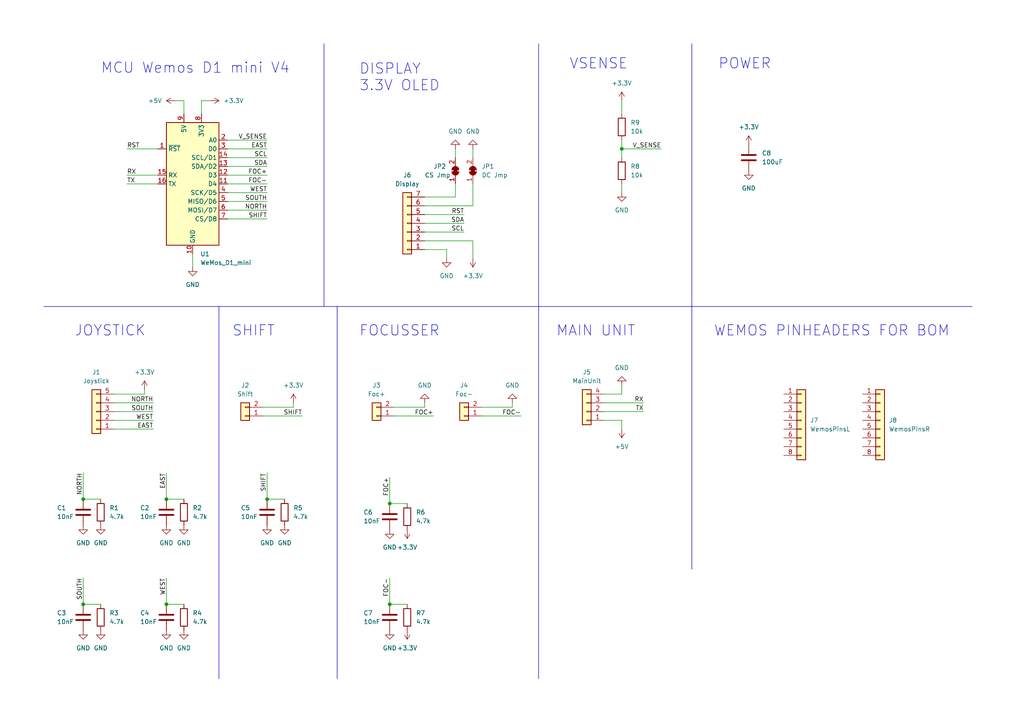
<source format=kicad_sch>
(kicad_sch (version 20230121) (generator eeschema)

  (uuid 24a2a505-cb0a-4aba-baf6-87e2ea51ba93)

  (paper "A4")

  (title_block
    (title "SHC WEMOS")
    (date "2023-09-17")
    (rev "1")
    (company "N. Cleesattel")
  )

  (lib_symbols
    (symbol "Connector_Generic:Conn_01x02" (pin_names (offset 1.016) hide) (in_bom yes) (on_board yes)
      (property "Reference" "J" (at 0 2.54 0)
        (effects (font (size 1.27 1.27)))
      )
      (property "Value" "Conn_01x02" (at 0 -5.08 0)
        (effects (font (size 1.27 1.27)))
      )
      (property "Footprint" "" (at 0 0 0)
        (effects (font (size 1.27 1.27)) hide)
      )
      (property "Datasheet" "~" (at 0 0 0)
        (effects (font (size 1.27 1.27)) hide)
      )
      (property "ki_keywords" "connector" (at 0 0 0)
        (effects (font (size 1.27 1.27)) hide)
      )
      (property "ki_description" "Generic connector, single row, 01x02, script generated (kicad-library-utils/schlib/autogen/connector/)" (at 0 0 0)
        (effects (font (size 1.27 1.27)) hide)
      )
      (property "ki_fp_filters" "Connector*:*_1x??_*" (at 0 0 0)
        (effects (font (size 1.27 1.27)) hide)
      )
      (symbol "Conn_01x02_1_1"
        (rectangle (start -1.27 -2.413) (end 0 -2.667)
          (stroke (width 0.1524) (type default))
          (fill (type none))
        )
        (rectangle (start -1.27 0.127) (end 0 -0.127)
          (stroke (width 0.1524) (type default))
          (fill (type none))
        )
        (rectangle (start -1.27 1.27) (end 1.27 -3.81)
          (stroke (width 0.254) (type default))
          (fill (type background))
        )
        (pin passive line (at -5.08 0 0) (length 3.81)
          (name "Pin_1" (effects (font (size 1.27 1.27))))
          (number "1" (effects (font (size 1.27 1.27))))
        )
        (pin passive line (at -5.08 -2.54 0) (length 3.81)
          (name "Pin_2" (effects (font (size 1.27 1.27))))
          (number "2" (effects (font (size 1.27 1.27))))
        )
      )
    )
    (symbol "Connector_Generic:Conn_01x04" (pin_names (offset 1.016) hide) (in_bom yes) (on_board yes)
      (property "Reference" "J" (at 0 5.08 0)
        (effects (font (size 1.27 1.27)))
      )
      (property "Value" "Conn_01x04" (at 0 -7.62 0)
        (effects (font (size 1.27 1.27)))
      )
      (property "Footprint" "" (at 0 0 0)
        (effects (font (size 1.27 1.27)) hide)
      )
      (property "Datasheet" "~" (at 0 0 0)
        (effects (font (size 1.27 1.27)) hide)
      )
      (property "ki_keywords" "connector" (at 0 0 0)
        (effects (font (size 1.27 1.27)) hide)
      )
      (property "ki_description" "Generic connector, single row, 01x04, script generated (kicad-library-utils/schlib/autogen/connector/)" (at 0 0 0)
        (effects (font (size 1.27 1.27)) hide)
      )
      (property "ki_fp_filters" "Connector*:*_1x??_*" (at 0 0 0)
        (effects (font (size 1.27 1.27)) hide)
      )
      (symbol "Conn_01x04_1_1"
        (rectangle (start -1.27 -4.953) (end 0 -5.207)
          (stroke (width 0.1524) (type default))
          (fill (type none))
        )
        (rectangle (start -1.27 -2.413) (end 0 -2.667)
          (stroke (width 0.1524) (type default))
          (fill (type none))
        )
        (rectangle (start -1.27 0.127) (end 0 -0.127)
          (stroke (width 0.1524) (type default))
          (fill (type none))
        )
        (rectangle (start -1.27 2.667) (end 0 2.413)
          (stroke (width 0.1524) (type default))
          (fill (type none))
        )
        (rectangle (start -1.27 3.81) (end 1.27 -6.35)
          (stroke (width 0.254) (type default))
          (fill (type background))
        )
        (pin passive line (at -5.08 2.54 0) (length 3.81)
          (name "Pin_1" (effects (font (size 1.27 1.27))))
          (number "1" (effects (font (size 1.27 1.27))))
        )
        (pin passive line (at -5.08 0 0) (length 3.81)
          (name "Pin_2" (effects (font (size 1.27 1.27))))
          (number "2" (effects (font (size 1.27 1.27))))
        )
        (pin passive line (at -5.08 -2.54 0) (length 3.81)
          (name "Pin_3" (effects (font (size 1.27 1.27))))
          (number "3" (effects (font (size 1.27 1.27))))
        )
        (pin passive line (at -5.08 -5.08 0) (length 3.81)
          (name "Pin_4" (effects (font (size 1.27 1.27))))
          (number "4" (effects (font (size 1.27 1.27))))
        )
      )
    )
    (symbol "Connector_Generic:Conn_01x05" (pin_names (offset 1.016) hide) (in_bom yes) (on_board yes)
      (property "Reference" "J" (at 0 7.62 0)
        (effects (font (size 1.27 1.27)))
      )
      (property "Value" "Conn_01x05" (at 0 -7.62 0)
        (effects (font (size 1.27 1.27)))
      )
      (property "Footprint" "" (at 0 0 0)
        (effects (font (size 1.27 1.27)) hide)
      )
      (property "Datasheet" "~" (at 0 0 0)
        (effects (font (size 1.27 1.27)) hide)
      )
      (property "ki_keywords" "connector" (at 0 0 0)
        (effects (font (size 1.27 1.27)) hide)
      )
      (property "ki_description" "Generic connector, single row, 01x05, script generated (kicad-library-utils/schlib/autogen/connector/)" (at 0 0 0)
        (effects (font (size 1.27 1.27)) hide)
      )
      (property "ki_fp_filters" "Connector*:*_1x??_*" (at 0 0 0)
        (effects (font (size 1.27 1.27)) hide)
      )
      (symbol "Conn_01x05_1_1"
        (rectangle (start -1.27 -4.953) (end 0 -5.207)
          (stroke (width 0.1524) (type default))
          (fill (type none))
        )
        (rectangle (start -1.27 -2.413) (end 0 -2.667)
          (stroke (width 0.1524) (type default))
          (fill (type none))
        )
        (rectangle (start -1.27 0.127) (end 0 -0.127)
          (stroke (width 0.1524) (type default))
          (fill (type none))
        )
        (rectangle (start -1.27 2.667) (end 0 2.413)
          (stroke (width 0.1524) (type default))
          (fill (type none))
        )
        (rectangle (start -1.27 5.207) (end 0 4.953)
          (stroke (width 0.1524) (type default))
          (fill (type none))
        )
        (rectangle (start -1.27 6.35) (end 1.27 -6.35)
          (stroke (width 0.254) (type default))
          (fill (type background))
        )
        (pin passive line (at -5.08 5.08 0) (length 3.81)
          (name "Pin_1" (effects (font (size 1.27 1.27))))
          (number "1" (effects (font (size 1.27 1.27))))
        )
        (pin passive line (at -5.08 2.54 0) (length 3.81)
          (name "Pin_2" (effects (font (size 1.27 1.27))))
          (number "2" (effects (font (size 1.27 1.27))))
        )
        (pin passive line (at -5.08 0 0) (length 3.81)
          (name "Pin_3" (effects (font (size 1.27 1.27))))
          (number "3" (effects (font (size 1.27 1.27))))
        )
        (pin passive line (at -5.08 -2.54 0) (length 3.81)
          (name "Pin_4" (effects (font (size 1.27 1.27))))
          (number "4" (effects (font (size 1.27 1.27))))
        )
        (pin passive line (at -5.08 -5.08 0) (length 3.81)
          (name "Pin_5" (effects (font (size 1.27 1.27))))
          (number "5" (effects (font (size 1.27 1.27))))
        )
      )
    )
    (symbol "Connector_Generic:Conn_01x07" (pin_names (offset 1.016) hide) (in_bom yes) (on_board yes)
      (property "Reference" "J" (at 0 10.16 0)
        (effects (font (size 1.27 1.27)))
      )
      (property "Value" "Conn_01x07" (at 0 -10.16 0)
        (effects (font (size 1.27 1.27)))
      )
      (property "Footprint" "" (at 0 0 0)
        (effects (font (size 1.27 1.27)) hide)
      )
      (property "Datasheet" "~" (at 0 0 0)
        (effects (font (size 1.27 1.27)) hide)
      )
      (property "ki_keywords" "connector" (at 0 0 0)
        (effects (font (size 1.27 1.27)) hide)
      )
      (property "ki_description" "Generic connector, single row, 01x07, script generated (kicad-library-utils/schlib/autogen/connector/)" (at 0 0 0)
        (effects (font (size 1.27 1.27)) hide)
      )
      (property "ki_fp_filters" "Connector*:*_1x??_*" (at 0 0 0)
        (effects (font (size 1.27 1.27)) hide)
      )
      (symbol "Conn_01x07_1_1"
        (rectangle (start -1.27 -7.493) (end 0 -7.747)
          (stroke (width 0.1524) (type default))
          (fill (type none))
        )
        (rectangle (start -1.27 -4.953) (end 0 -5.207)
          (stroke (width 0.1524) (type default))
          (fill (type none))
        )
        (rectangle (start -1.27 -2.413) (end 0 -2.667)
          (stroke (width 0.1524) (type default))
          (fill (type none))
        )
        (rectangle (start -1.27 0.127) (end 0 -0.127)
          (stroke (width 0.1524) (type default))
          (fill (type none))
        )
        (rectangle (start -1.27 2.667) (end 0 2.413)
          (stroke (width 0.1524) (type default))
          (fill (type none))
        )
        (rectangle (start -1.27 5.207) (end 0 4.953)
          (stroke (width 0.1524) (type default))
          (fill (type none))
        )
        (rectangle (start -1.27 7.747) (end 0 7.493)
          (stroke (width 0.1524) (type default))
          (fill (type none))
        )
        (rectangle (start -1.27 8.89) (end 1.27 -8.89)
          (stroke (width 0.254) (type default))
          (fill (type background))
        )
        (pin passive line (at -5.08 7.62 0) (length 3.81)
          (name "Pin_1" (effects (font (size 1.27 1.27))))
          (number "1" (effects (font (size 1.27 1.27))))
        )
        (pin passive line (at -5.08 5.08 0) (length 3.81)
          (name "Pin_2" (effects (font (size 1.27 1.27))))
          (number "2" (effects (font (size 1.27 1.27))))
        )
        (pin passive line (at -5.08 2.54 0) (length 3.81)
          (name "Pin_3" (effects (font (size 1.27 1.27))))
          (number "3" (effects (font (size 1.27 1.27))))
        )
        (pin passive line (at -5.08 0 0) (length 3.81)
          (name "Pin_4" (effects (font (size 1.27 1.27))))
          (number "4" (effects (font (size 1.27 1.27))))
        )
        (pin passive line (at -5.08 -2.54 0) (length 3.81)
          (name "Pin_5" (effects (font (size 1.27 1.27))))
          (number "5" (effects (font (size 1.27 1.27))))
        )
        (pin passive line (at -5.08 -5.08 0) (length 3.81)
          (name "Pin_6" (effects (font (size 1.27 1.27))))
          (number "6" (effects (font (size 1.27 1.27))))
        )
        (pin passive line (at -5.08 -7.62 0) (length 3.81)
          (name "Pin_7" (effects (font (size 1.27 1.27))))
          (number "7" (effects (font (size 1.27 1.27))))
        )
      )
    )
    (symbol "Connector_Generic:Conn_01x08" (pin_names (offset 1.016) hide) (in_bom yes) (on_board yes)
      (property "Reference" "J" (at 0 10.16 0)
        (effects (font (size 1.27 1.27)))
      )
      (property "Value" "Conn_01x08" (at 0 -12.7 0)
        (effects (font (size 1.27 1.27)))
      )
      (property "Footprint" "" (at 0 0 0)
        (effects (font (size 1.27 1.27)) hide)
      )
      (property "Datasheet" "~" (at 0 0 0)
        (effects (font (size 1.27 1.27)) hide)
      )
      (property "ki_keywords" "connector" (at 0 0 0)
        (effects (font (size 1.27 1.27)) hide)
      )
      (property "ki_description" "Generic connector, single row, 01x08, script generated (kicad-library-utils/schlib/autogen/connector/)" (at 0 0 0)
        (effects (font (size 1.27 1.27)) hide)
      )
      (property "ki_fp_filters" "Connector*:*_1x??_*" (at 0 0 0)
        (effects (font (size 1.27 1.27)) hide)
      )
      (symbol "Conn_01x08_1_1"
        (rectangle (start -1.27 -10.033) (end 0 -10.287)
          (stroke (width 0.1524) (type default))
          (fill (type none))
        )
        (rectangle (start -1.27 -7.493) (end 0 -7.747)
          (stroke (width 0.1524) (type default))
          (fill (type none))
        )
        (rectangle (start -1.27 -4.953) (end 0 -5.207)
          (stroke (width 0.1524) (type default))
          (fill (type none))
        )
        (rectangle (start -1.27 -2.413) (end 0 -2.667)
          (stroke (width 0.1524) (type default))
          (fill (type none))
        )
        (rectangle (start -1.27 0.127) (end 0 -0.127)
          (stroke (width 0.1524) (type default))
          (fill (type none))
        )
        (rectangle (start -1.27 2.667) (end 0 2.413)
          (stroke (width 0.1524) (type default))
          (fill (type none))
        )
        (rectangle (start -1.27 5.207) (end 0 4.953)
          (stroke (width 0.1524) (type default))
          (fill (type none))
        )
        (rectangle (start -1.27 7.747) (end 0 7.493)
          (stroke (width 0.1524) (type default))
          (fill (type none))
        )
        (rectangle (start -1.27 8.89) (end 1.27 -11.43)
          (stroke (width 0.254) (type default))
          (fill (type background))
        )
        (pin passive line (at -5.08 7.62 0) (length 3.81)
          (name "Pin_1" (effects (font (size 1.27 1.27))))
          (number "1" (effects (font (size 1.27 1.27))))
        )
        (pin passive line (at -5.08 5.08 0) (length 3.81)
          (name "Pin_2" (effects (font (size 1.27 1.27))))
          (number "2" (effects (font (size 1.27 1.27))))
        )
        (pin passive line (at -5.08 2.54 0) (length 3.81)
          (name "Pin_3" (effects (font (size 1.27 1.27))))
          (number "3" (effects (font (size 1.27 1.27))))
        )
        (pin passive line (at -5.08 0 0) (length 3.81)
          (name "Pin_4" (effects (font (size 1.27 1.27))))
          (number "4" (effects (font (size 1.27 1.27))))
        )
        (pin passive line (at -5.08 -2.54 0) (length 3.81)
          (name "Pin_5" (effects (font (size 1.27 1.27))))
          (number "5" (effects (font (size 1.27 1.27))))
        )
        (pin passive line (at -5.08 -5.08 0) (length 3.81)
          (name "Pin_6" (effects (font (size 1.27 1.27))))
          (number "6" (effects (font (size 1.27 1.27))))
        )
        (pin passive line (at -5.08 -7.62 0) (length 3.81)
          (name "Pin_7" (effects (font (size 1.27 1.27))))
          (number "7" (effects (font (size 1.27 1.27))))
        )
        (pin passive line (at -5.08 -10.16 0) (length 3.81)
          (name "Pin_8" (effects (font (size 1.27 1.27))))
          (number "8" (effects (font (size 1.27 1.27))))
        )
      )
    )
    (symbol "Device:C" (pin_numbers hide) (pin_names (offset 0.254)) (in_bom yes) (on_board yes)
      (property "Reference" "C" (at 0.635 2.54 0)
        (effects (font (size 1.27 1.27)) (justify left))
      )
      (property "Value" "C" (at 0.635 -2.54 0)
        (effects (font (size 1.27 1.27)) (justify left))
      )
      (property "Footprint" "" (at 0.9652 -3.81 0)
        (effects (font (size 1.27 1.27)) hide)
      )
      (property "Datasheet" "~" (at 0 0 0)
        (effects (font (size 1.27 1.27)) hide)
      )
      (property "ki_keywords" "cap capacitor" (at 0 0 0)
        (effects (font (size 1.27 1.27)) hide)
      )
      (property "ki_description" "Unpolarized capacitor" (at 0 0 0)
        (effects (font (size 1.27 1.27)) hide)
      )
      (property "ki_fp_filters" "C_*" (at 0 0 0)
        (effects (font (size 1.27 1.27)) hide)
      )
      (symbol "C_0_1"
        (polyline
          (pts
            (xy -2.032 -0.762)
            (xy 2.032 -0.762)
          )
          (stroke (width 0.508) (type default))
          (fill (type none))
        )
        (polyline
          (pts
            (xy -2.032 0.762)
            (xy 2.032 0.762)
          )
          (stroke (width 0.508) (type default))
          (fill (type none))
        )
      )
      (symbol "C_1_1"
        (pin passive line (at 0 3.81 270) (length 2.794)
          (name "~" (effects (font (size 1.27 1.27))))
          (number "1" (effects (font (size 1.27 1.27))))
        )
        (pin passive line (at 0 -3.81 90) (length 2.794)
          (name "~" (effects (font (size 1.27 1.27))))
          (number "2" (effects (font (size 1.27 1.27))))
        )
      )
    )
    (symbol "Device:R" (pin_numbers hide) (pin_names (offset 0)) (in_bom yes) (on_board yes)
      (property "Reference" "R" (at 2.032 0 90)
        (effects (font (size 1.27 1.27)))
      )
      (property "Value" "R" (at 0 0 90)
        (effects (font (size 1.27 1.27)))
      )
      (property "Footprint" "" (at -1.778 0 90)
        (effects (font (size 1.27 1.27)) hide)
      )
      (property "Datasheet" "~" (at 0 0 0)
        (effects (font (size 1.27 1.27)) hide)
      )
      (property "ki_keywords" "R res resistor" (at 0 0 0)
        (effects (font (size 1.27 1.27)) hide)
      )
      (property "ki_description" "Resistor" (at 0 0 0)
        (effects (font (size 1.27 1.27)) hide)
      )
      (property "ki_fp_filters" "R_*" (at 0 0 0)
        (effects (font (size 1.27 1.27)) hide)
      )
      (symbol "R_0_1"
        (rectangle (start -1.016 -2.54) (end 1.016 2.54)
          (stroke (width 0.254) (type default))
          (fill (type none))
        )
      )
      (symbol "R_1_1"
        (pin passive line (at 0 3.81 270) (length 1.27)
          (name "~" (effects (font (size 1.27 1.27))))
          (number "1" (effects (font (size 1.27 1.27))))
        )
        (pin passive line (at 0 -3.81 90) (length 1.27)
          (name "~" (effects (font (size 1.27 1.27))))
          (number "2" (effects (font (size 1.27 1.27))))
        )
      )
    )
    (symbol "Jumper:SolderJumper_2_Bridged" (pin_names (offset 0) hide) (in_bom yes) (on_board yes)
      (property "Reference" "JP" (at 0 2.032 0)
        (effects (font (size 1.27 1.27)))
      )
      (property "Value" "SolderJumper_2_Bridged" (at 0 -2.54 0)
        (effects (font (size 1.27 1.27)))
      )
      (property "Footprint" "" (at 0 0 0)
        (effects (font (size 1.27 1.27)) hide)
      )
      (property "Datasheet" "~" (at 0 0 0)
        (effects (font (size 1.27 1.27)) hide)
      )
      (property "ki_keywords" "solder jumper SPST" (at 0 0 0)
        (effects (font (size 1.27 1.27)) hide)
      )
      (property "ki_description" "Solder Jumper, 2-pole, closed/bridged" (at 0 0 0)
        (effects (font (size 1.27 1.27)) hide)
      )
      (property "ki_fp_filters" "SolderJumper*Bridged*" (at 0 0 0)
        (effects (font (size 1.27 1.27)) hide)
      )
      (symbol "SolderJumper_2_Bridged_0_1"
        (rectangle (start -0.508 0.508) (end 0.508 -0.508)
          (stroke (width 0) (type default))
          (fill (type outline))
        )
        (arc (start -0.254 1.016) (mid -1.2656 0) (end -0.254 -1.016)
          (stroke (width 0) (type default))
          (fill (type none))
        )
        (arc (start -0.254 1.016) (mid -1.2656 0) (end -0.254 -1.016)
          (stroke (width 0) (type default))
          (fill (type outline))
        )
        (polyline
          (pts
            (xy -0.254 1.016)
            (xy -0.254 -1.016)
          )
          (stroke (width 0) (type default))
          (fill (type none))
        )
        (polyline
          (pts
            (xy 0.254 1.016)
            (xy 0.254 -1.016)
          )
          (stroke (width 0) (type default))
          (fill (type none))
        )
        (arc (start 0.254 -1.016) (mid 1.2656 0) (end 0.254 1.016)
          (stroke (width 0) (type default))
          (fill (type none))
        )
        (arc (start 0.254 -1.016) (mid 1.2656 0) (end 0.254 1.016)
          (stroke (width 0) (type default))
          (fill (type outline))
        )
      )
      (symbol "SolderJumper_2_Bridged_1_1"
        (pin passive line (at -3.81 0 0) (length 2.54)
          (name "A" (effects (font (size 1.27 1.27))))
          (number "1" (effects (font (size 1.27 1.27))))
        )
        (pin passive line (at 3.81 0 180) (length 2.54)
          (name "B" (effects (font (size 1.27 1.27))))
          (number "2" (effects (font (size 1.27 1.27))))
        )
      )
    )
    (symbol "MCU_Module:WeMos_D1_mini" (in_bom yes) (on_board yes)
      (property "Reference" "U" (at 3.81 19.05 0)
        (effects (font (size 1.27 1.27)) (justify left))
      )
      (property "Value" "WeMos_D1_mini" (at 1.27 -19.05 0)
        (effects (font (size 1.27 1.27)) (justify left))
      )
      (property "Footprint" "Module:WEMOS_D1_mini_light" (at 0 -29.21 0)
        (effects (font (size 1.27 1.27)) hide)
      )
      (property "Datasheet" "https://wiki.wemos.cc/products:d1:d1_mini#documentation" (at -46.99 -29.21 0)
        (effects (font (size 1.27 1.27)) hide)
      )
      (property "ki_keywords" "ESP8266 WiFi microcontroller ESP8266EX" (at 0 0 0)
        (effects (font (size 1.27 1.27)) hide)
      )
      (property "ki_description" "32-bit microcontroller module with WiFi" (at 0 0 0)
        (effects (font (size 1.27 1.27)) hide)
      )
      (property "ki_fp_filters" "WEMOS*D1*mini*" (at 0 0 0)
        (effects (font (size 1.27 1.27)) hide)
      )
      (symbol "WeMos_D1_mini_1_1"
        (rectangle (start -7.62 17.78) (end 7.62 -17.78)
          (stroke (width 0.254) (type default))
          (fill (type background))
        )
        (pin input line (at -10.16 10.16 0) (length 2.54)
          (name "~{RST}" (effects (font (size 1.27 1.27))))
          (number "1" (effects (font (size 1.27 1.27))))
        )
        (pin power_in line (at 0 -20.32 90) (length 2.54)
          (name "GND" (effects (font (size 1.27 1.27))))
          (number "10" (effects (font (size 1.27 1.27))))
        )
        (pin bidirectional line (at 10.16 0 180) (length 2.54)
          (name "D4" (effects (font (size 1.27 1.27))))
          (number "11" (effects (font (size 1.27 1.27))))
        )
        (pin bidirectional line (at 10.16 2.54 180) (length 2.54)
          (name "D3" (effects (font (size 1.27 1.27))))
          (number "12" (effects (font (size 1.27 1.27))))
        )
        (pin bidirectional line (at 10.16 5.08 180) (length 2.54)
          (name "SDA/D2" (effects (font (size 1.27 1.27))))
          (number "13" (effects (font (size 1.27 1.27))))
        )
        (pin bidirectional line (at 10.16 7.62 180) (length 2.54)
          (name "SCL/D1" (effects (font (size 1.27 1.27))))
          (number "14" (effects (font (size 1.27 1.27))))
        )
        (pin input line (at -10.16 2.54 0) (length 2.54)
          (name "RX" (effects (font (size 1.27 1.27))))
          (number "15" (effects (font (size 1.27 1.27))))
        )
        (pin output line (at -10.16 0 0) (length 2.54)
          (name "TX" (effects (font (size 1.27 1.27))))
          (number "16" (effects (font (size 1.27 1.27))))
        )
        (pin input line (at 10.16 12.7 180) (length 2.54)
          (name "A0" (effects (font (size 1.27 1.27))))
          (number "2" (effects (font (size 1.27 1.27))))
        )
        (pin bidirectional line (at 10.16 10.16 180) (length 2.54)
          (name "D0" (effects (font (size 1.27 1.27))))
          (number "3" (effects (font (size 1.27 1.27))))
        )
        (pin bidirectional line (at 10.16 -2.54 180) (length 2.54)
          (name "SCK/D5" (effects (font (size 1.27 1.27))))
          (number "4" (effects (font (size 1.27 1.27))))
        )
        (pin bidirectional line (at 10.16 -5.08 180) (length 2.54)
          (name "MISO/D6" (effects (font (size 1.27 1.27))))
          (number "5" (effects (font (size 1.27 1.27))))
        )
        (pin bidirectional line (at 10.16 -7.62 180) (length 2.54)
          (name "MOSI/D7" (effects (font (size 1.27 1.27))))
          (number "6" (effects (font (size 1.27 1.27))))
        )
        (pin bidirectional line (at 10.16 -10.16 180) (length 2.54)
          (name "CS/D8" (effects (font (size 1.27 1.27))))
          (number "7" (effects (font (size 1.27 1.27))))
        )
        (pin power_out line (at 2.54 20.32 270) (length 2.54)
          (name "3V3" (effects (font (size 1.27 1.27))))
          (number "8" (effects (font (size 1.27 1.27))))
        )
        (pin power_in line (at -2.54 20.32 270) (length 2.54)
          (name "5V" (effects (font (size 1.27 1.27))))
          (number "9" (effects (font (size 1.27 1.27))))
        )
      )
    )
    (symbol "power:+3.3V" (power) (pin_names (offset 0)) (in_bom yes) (on_board yes)
      (property "Reference" "#PWR" (at 0 -3.81 0)
        (effects (font (size 1.27 1.27)) hide)
      )
      (property "Value" "+3.3V" (at 0 3.556 0)
        (effects (font (size 1.27 1.27)))
      )
      (property "Footprint" "" (at 0 0 0)
        (effects (font (size 1.27 1.27)) hide)
      )
      (property "Datasheet" "" (at 0 0 0)
        (effects (font (size 1.27 1.27)) hide)
      )
      (property "ki_keywords" "global power" (at 0 0 0)
        (effects (font (size 1.27 1.27)) hide)
      )
      (property "ki_description" "Power symbol creates a global label with name \"+3.3V\"" (at 0 0 0)
        (effects (font (size 1.27 1.27)) hide)
      )
      (symbol "+3.3V_0_1"
        (polyline
          (pts
            (xy -0.762 1.27)
            (xy 0 2.54)
          )
          (stroke (width 0) (type default))
          (fill (type none))
        )
        (polyline
          (pts
            (xy 0 0)
            (xy 0 2.54)
          )
          (stroke (width 0) (type default))
          (fill (type none))
        )
        (polyline
          (pts
            (xy 0 2.54)
            (xy 0.762 1.27)
          )
          (stroke (width 0) (type default))
          (fill (type none))
        )
      )
      (symbol "+3.3V_1_1"
        (pin power_in line (at 0 0 90) (length 0) hide
          (name "+3.3V" (effects (font (size 1.27 1.27))))
          (number "1" (effects (font (size 1.27 1.27))))
        )
      )
    )
    (symbol "power:+5V" (power) (pin_names (offset 0)) (in_bom yes) (on_board yes)
      (property "Reference" "#PWR" (at 0 -3.81 0)
        (effects (font (size 1.27 1.27)) hide)
      )
      (property "Value" "+5V" (at 0 3.556 0)
        (effects (font (size 1.27 1.27)))
      )
      (property "Footprint" "" (at 0 0 0)
        (effects (font (size 1.27 1.27)) hide)
      )
      (property "Datasheet" "" (at 0 0 0)
        (effects (font (size 1.27 1.27)) hide)
      )
      (property "ki_keywords" "global power" (at 0 0 0)
        (effects (font (size 1.27 1.27)) hide)
      )
      (property "ki_description" "Power symbol creates a global label with name \"+5V\"" (at 0 0 0)
        (effects (font (size 1.27 1.27)) hide)
      )
      (symbol "+5V_0_1"
        (polyline
          (pts
            (xy -0.762 1.27)
            (xy 0 2.54)
          )
          (stroke (width 0) (type default))
          (fill (type none))
        )
        (polyline
          (pts
            (xy 0 0)
            (xy 0 2.54)
          )
          (stroke (width 0) (type default))
          (fill (type none))
        )
        (polyline
          (pts
            (xy 0 2.54)
            (xy 0.762 1.27)
          )
          (stroke (width 0) (type default))
          (fill (type none))
        )
      )
      (symbol "+5V_1_1"
        (pin power_in line (at 0 0 90) (length 0) hide
          (name "+5V" (effects (font (size 1.27 1.27))))
          (number "1" (effects (font (size 1.27 1.27))))
        )
      )
    )
    (symbol "power:GND" (power) (pin_names (offset 0)) (in_bom yes) (on_board yes)
      (property "Reference" "#PWR" (at 0 -6.35 0)
        (effects (font (size 1.27 1.27)) hide)
      )
      (property "Value" "GND" (at 0 -3.81 0)
        (effects (font (size 1.27 1.27)))
      )
      (property "Footprint" "" (at 0 0 0)
        (effects (font (size 1.27 1.27)) hide)
      )
      (property "Datasheet" "" (at 0 0 0)
        (effects (font (size 1.27 1.27)) hide)
      )
      (property "ki_keywords" "global power" (at 0 0 0)
        (effects (font (size 1.27 1.27)) hide)
      )
      (property "ki_description" "Power symbol creates a global label with name \"GND\" , ground" (at 0 0 0)
        (effects (font (size 1.27 1.27)) hide)
      )
      (symbol "GND_0_1"
        (polyline
          (pts
            (xy 0 0)
            (xy 0 -1.27)
            (xy 1.27 -1.27)
            (xy 0 -2.54)
            (xy -1.27 -1.27)
            (xy 0 -1.27)
          )
          (stroke (width 0) (type default))
          (fill (type none))
        )
      )
      (symbol "GND_1_1"
        (pin power_in line (at 0 0 270) (length 0) hide
          (name "GND" (effects (font (size 1.27 1.27))))
          (number "1" (effects (font (size 1.27 1.27))))
        )
      )
    )
  )

  (junction (at 48.26 144.78) (diameter 0) (color 0 0 0 0)
    (uuid 1dee64cf-33ed-4c0c-add4-6fcb857c702d)
  )
  (junction (at 113.03 175.26) (diameter 0) (color 0 0 0 0)
    (uuid 8b9ee764-b5d0-414d-b5ff-a50e8789b246)
  )
  (junction (at 180.34 43.18) (diameter 0) (color 0 0 0 0)
    (uuid 8dd360ac-e1b0-4415-bf43-aa8facff6292)
  )
  (junction (at 24.13 175.26) (diameter 0) (color 0 0 0 0)
    (uuid abbad5d2-dc88-4506-81a3-55583f8bcd12)
  )
  (junction (at 24.13 144.78) (diameter 0) (color 0 0 0 0)
    (uuid b06d521f-f2f8-4eac-b03d-8ea26f0992da)
  )
  (junction (at 77.47 144.78) (diameter 0) (color 0 0 0 0)
    (uuid d8c04afd-59b8-451e-a9eb-8d43dae2a84f)
  )
  (junction (at 48.26 175.26) (diameter 0) (color 0 0 0 0)
    (uuid d9741841-50ca-45b7-9ba9-96af824ec93c)
  )
  (junction (at 113.03 146.05) (diameter 0) (color 0 0 0 0)
    (uuid de405975-be67-4a85-af38-bd2bd2c5170e)
  )

  (wire (pts (xy 66.04 50.8) (xy 77.47 50.8))
    (stroke (width 0) (type default))
    (uuid 01772238-2893-40b2-9aa8-2b7e41b2b332)
  )
  (wire (pts (xy 76.2 120.65) (xy 87.63 120.65))
    (stroke (width 0) (type default))
    (uuid 02e04e60-a596-42e3-baa8-c1ee7ac4a556)
  )
  (wire (pts (xy 66.04 58.42) (xy 77.47 58.42))
    (stroke (width 0) (type default))
    (uuid 0690f9f9-231a-4ecc-a392-0ddae240a352)
  )
  (wire (pts (xy 33.02 114.3) (xy 41.91 114.3))
    (stroke (width 0) (type default))
    (uuid 0cb5ec41-db29-4a78-8587-29d767038490)
  )
  (wire (pts (xy 180.34 43.18) (xy 191.77 43.18))
    (stroke (width 0) (type default))
    (uuid 0e8bc187-e4bb-4725-a6a3-874455a33395)
  )
  (polyline (pts (xy 200.66 88.9) (xy 200.66 165.1))
    (stroke (width 0) (type default))
    (uuid 10740f95-5cb7-4a0e-bcdd-734417c3da29)
  )

  (wire (pts (xy 85.09 116.84) (xy 85.09 118.11))
    (stroke (width 0) (type default))
    (uuid 125a565e-0dec-4957-ad0a-4e1773bb0ed9)
  )
  (wire (pts (xy 66.04 60.96) (xy 77.47 60.96))
    (stroke (width 0) (type default))
    (uuid 126d262e-0791-4eeb-bf67-b291d5f2ae00)
  )
  (polyline (pts (xy 12.7 88.9) (xy 281.94 88.9))
    (stroke (width 0) (type default))
    (uuid 17a2a04a-929f-4559-9b13-6e8cefd8712e)
  )

  (wire (pts (xy 41.91 114.3) (xy 41.91 113.03))
    (stroke (width 0) (type default))
    (uuid 1a58f01a-efb4-4234-8959-b62fd1c7bc18)
  )
  (wire (pts (xy 123.19 59.69) (xy 137.16 59.69))
    (stroke (width 0) (type default))
    (uuid 203aec59-c4fd-49a6-9822-a3d61e760fb2)
  )
  (wire (pts (xy 48.26 137.16) (xy 48.26 144.78))
    (stroke (width 0) (type default))
    (uuid 22ef1d4d-513f-4f25-99cc-04b026b8eb04)
  )
  (wire (pts (xy 36.83 50.8) (xy 45.72 50.8))
    (stroke (width 0) (type default))
    (uuid 26e365ed-8575-438b-90c1-4826c9f3b3d7)
  )
  (wire (pts (xy 66.04 45.72) (xy 77.47 45.72))
    (stroke (width 0) (type default))
    (uuid 271f7c23-9f93-42ae-81a3-e71bf057611d)
  )
  (wire (pts (xy 53.34 29.21) (xy 53.34 33.02))
    (stroke (width 0) (type default))
    (uuid 2e29e49d-51a8-4d7f-a61e-fe924da8f1ab)
  )
  (wire (pts (xy 139.7 120.65) (xy 151.13 120.65))
    (stroke (width 0) (type default))
    (uuid 30688797-1da9-4742-ad2e-773a87e0a627)
  )
  (wire (pts (xy 123.19 72.39) (xy 129.54 72.39))
    (stroke (width 0) (type default))
    (uuid 316df58b-e1d2-4702-a9dc-db558d548f9b)
  )
  (wire (pts (xy 137.16 43.18) (xy 137.16 45.72))
    (stroke (width 0) (type default))
    (uuid 396d486a-21ef-4b0e-968f-e8e90b3912e6)
  )
  (wire (pts (xy 123.19 57.15) (xy 132.08 57.15))
    (stroke (width 0) (type default))
    (uuid 3ba08c13-33da-4442-90ee-6d9337754074)
  )
  (wire (pts (xy 77.47 137.16) (xy 77.47 144.78))
    (stroke (width 0) (type default))
    (uuid 41f88fe9-4f1b-450e-8df8-26443f30c587)
  )
  (wire (pts (xy 175.26 119.38) (xy 186.69 119.38))
    (stroke (width 0) (type default))
    (uuid 440329d6-12ee-49ad-ad0f-9d95b99647cb)
  )
  (wire (pts (xy 114.3 118.11) (xy 123.19 118.11))
    (stroke (width 0) (type default))
    (uuid 4ea23cbe-1915-481a-8e42-4b9f0e412c19)
  )
  (wire (pts (xy 180.34 40.64) (xy 180.34 43.18))
    (stroke (width 0) (type default))
    (uuid 4fc1a90c-8b03-4109-b9ad-a7b08c8bfa9f)
  )
  (wire (pts (xy 66.04 63.5) (xy 77.47 63.5))
    (stroke (width 0) (type default))
    (uuid 5807a274-5e13-433f-a4a7-c9bfa7fded62)
  )
  (wire (pts (xy 137.16 74.93) (xy 137.16 69.85))
    (stroke (width 0) (type default))
    (uuid 5a95420d-765f-426c-a2ca-68866906afe4)
  )
  (wire (pts (xy 123.19 116.84) (xy 123.19 118.11))
    (stroke (width 0) (type default))
    (uuid 5cc4347e-6a8f-411b-8632-44c2b8a36c36)
  )
  (wire (pts (xy 48.26 144.78) (xy 53.34 144.78))
    (stroke (width 0) (type default))
    (uuid 5fdca8be-daa1-4839-b271-412d2a3a6b9f)
  )
  (wire (pts (xy 24.13 175.26) (xy 29.21 175.26))
    (stroke (width 0) (type default))
    (uuid 606ca2b8-1af3-46ea-bd0e-1431fcc1647c)
  )
  (wire (pts (xy 175.26 121.92) (xy 180.34 121.92))
    (stroke (width 0) (type default))
    (uuid 65cb80e4-7724-4c13-91b6-0291c8dae467)
  )
  (polyline (pts (xy 63.5 88.9) (xy 63.5 196.85))
    (stroke (width 0) (type default))
    (uuid 6a5ca70a-7cae-44eb-8f5c-e43945df7901)
  )

  (wire (pts (xy 48.26 175.26) (xy 53.34 175.26))
    (stroke (width 0) (type default))
    (uuid 6a779790-4377-4861-a0b6-ce6df3c0999c)
  )
  (wire (pts (xy 77.47 144.78) (xy 82.55 144.78))
    (stroke (width 0) (type default))
    (uuid 6b45dd51-7ea0-4ee8-b2b5-fbea6cfeb59e)
  )
  (wire (pts (xy 132.08 57.15) (xy 132.08 53.34))
    (stroke (width 0) (type default))
    (uuid 6b54858f-3e73-4d6d-8f20-fc71f63cfeab)
  )
  (wire (pts (xy 24.13 167.64) (xy 24.13 175.26))
    (stroke (width 0) (type default))
    (uuid 6b958afb-3602-4b46-abaa-da304a34bd21)
  )
  (wire (pts (xy 36.83 43.18) (xy 45.72 43.18))
    (stroke (width 0) (type default))
    (uuid 74fd07dc-903c-4b86-adaf-4c954cf41975)
  )
  (wire (pts (xy 137.16 59.69) (xy 137.16 53.34))
    (stroke (width 0) (type default))
    (uuid 789cb3e7-3061-4c7f-9ad8-bd146a13000e)
  )
  (wire (pts (xy 66.04 53.34) (xy 77.47 53.34))
    (stroke (width 0) (type default))
    (uuid 89542c7e-c9bc-4cab-8984-259517ffdb61)
  )
  (wire (pts (xy 175.26 116.84) (xy 186.69 116.84))
    (stroke (width 0) (type default))
    (uuid 8fe9a6d5-2951-47fb-83d1-4c42a6a26263)
  )
  (wire (pts (xy 76.2 118.11) (xy 85.09 118.11))
    (stroke (width 0) (type default))
    (uuid 94cb7587-35ed-467b-8437-8aa9889a5e3c)
  )
  (wire (pts (xy 113.03 167.64) (xy 113.03 175.26))
    (stroke (width 0) (type default))
    (uuid 96208248-0b01-447d-9144-02573d5c615d)
  )
  (wire (pts (xy 66.04 55.88) (xy 77.47 55.88))
    (stroke (width 0) (type default))
    (uuid 9a95b9e7-627d-41b0-a781-b2dbd306ae30)
  )
  (wire (pts (xy 36.83 53.34) (xy 45.72 53.34))
    (stroke (width 0) (type default))
    (uuid 9c8174bd-3dd7-4e59-a2d3-4cb6a18934e3)
  )
  (wire (pts (xy 129.54 72.39) (xy 129.54 74.93))
    (stroke (width 0) (type default))
    (uuid 9dfc1316-d50f-4445-ab12-fc19674e8d9f)
  )
  (wire (pts (xy 48.26 167.64) (xy 48.26 175.26))
    (stroke (width 0) (type default))
    (uuid a3de5714-8904-4f81-80ef-f6f9c1400bde)
  )
  (wire (pts (xy 148.59 116.84) (xy 148.59 118.11))
    (stroke (width 0) (type default))
    (uuid a8e9bb8f-6147-4bf5-9f3b-1f503523ad45)
  )
  (wire (pts (xy 175.26 114.3) (xy 180.34 114.3))
    (stroke (width 0) (type default))
    (uuid a98f5718-4f11-470a-9b53-0c0e8c22ab16)
  )
  (polyline (pts (xy 156.21 88.9) (xy 156.21 196.85))
    (stroke (width 0) (type default))
    (uuid ab442f65-4b2a-4910-aec1-a141ce6980f0)
  )
  (polyline (pts (xy 93.98 12.7) (xy 93.98 88.9))
    (stroke (width 0) (type default))
    (uuid b2abe0b2-cc7c-4e55-9ca0-2b7818467d59)
  )
  (polyline (pts (xy 200.66 12.7) (xy 200.66 88.9))
    (stroke (width 0) (type default))
    (uuid b386809c-8945-44bc-a56a-960649b441d4)
  )

  (wire (pts (xy 180.34 53.34) (xy 180.34 55.88))
    (stroke (width 0) (type default))
    (uuid b49d2817-803f-4b8b-8107-39c61e111be6)
  )
  (wire (pts (xy 58.42 33.02) (xy 58.42 29.21))
    (stroke (width 0) (type default))
    (uuid b8c165a6-a2f6-4207-bafc-663ce48cf438)
  )
  (wire (pts (xy 66.04 48.26) (xy 77.47 48.26))
    (stroke (width 0) (type default))
    (uuid bb44c044-4967-4691-a91c-20ca349264bb)
  )
  (polyline (pts (xy 156.21 12.7) (xy 156.21 88.9))
    (stroke (width 0) (type default))
    (uuid bc33f8f9-eb6c-4f56-98f1-8a12cc82c9e6)
  )

  (wire (pts (xy 123.19 67.31) (xy 134.62 67.31))
    (stroke (width 0) (type default))
    (uuid bd4b53ee-3b1a-433b-92b1-87055967b615)
  )
  (wire (pts (xy 180.34 43.18) (xy 180.34 45.72))
    (stroke (width 0) (type default))
    (uuid bd52cd1f-d1b6-4f6c-9554-092df97e44db)
  )
  (wire (pts (xy 134.62 62.23) (xy 123.19 62.23))
    (stroke (width 0) (type default))
    (uuid be4c7498-d3bc-4c3d-ae15-1166fd315e92)
  )
  (wire (pts (xy 24.13 144.78) (xy 29.21 144.78))
    (stroke (width 0) (type default))
    (uuid be76d386-d860-48a1-96b1-e85ad64afc15)
  )
  (wire (pts (xy 58.42 29.21) (xy 60.96 29.21))
    (stroke (width 0) (type default))
    (uuid bf1a5e04-35af-4f35-ae0f-88f9c9482d4d)
  )
  (wire (pts (xy 123.19 69.85) (xy 137.16 69.85))
    (stroke (width 0) (type default))
    (uuid c256587e-130b-4c7d-9c6f-4bf5d5f2248c)
  )
  (wire (pts (xy 123.19 64.77) (xy 134.62 64.77))
    (stroke (width 0) (type default))
    (uuid c6172b02-8174-4b9c-b70a-2dcc9c96822e)
  )
  (wire (pts (xy 113.03 146.05) (xy 118.11 146.05))
    (stroke (width 0) (type default))
    (uuid cbc2363f-c405-401d-9583-fbb3d372419a)
  )
  (wire (pts (xy 33.02 119.38) (xy 44.45 119.38))
    (stroke (width 0) (type default))
    (uuid d4b52fa2-900f-4643-9fda-7fc6c75ba563)
  )
  (wire (pts (xy 55.88 73.66) (xy 55.88 77.47))
    (stroke (width 0) (type default))
    (uuid d8405aa3-d49b-4073-942d-7fe72d82d957)
  )
  (polyline (pts (xy 97.79 88.9) (xy 97.79 196.85))
    (stroke (width 0) (type default))
    (uuid d87f493c-3261-4ee5-afed-bcf185c7f37b)
  )

  (wire (pts (xy 33.02 121.92) (xy 44.45 121.92))
    (stroke (width 0) (type default))
    (uuid da410e44-fcf8-4a2f-b6ee-e1e918396d11)
  )
  (wire (pts (xy 24.13 137.16) (xy 24.13 144.78))
    (stroke (width 0) (type default))
    (uuid dc5bc85a-68ec-4d55-943f-19b33e9e20f7)
  )
  (wire (pts (xy 114.3 120.65) (xy 125.73 120.65))
    (stroke (width 0) (type default))
    (uuid df2cb4f8-a12e-4e99-9e2f-4b52b6380388)
  )
  (wire (pts (xy 180.34 114.3) (xy 180.34 111.76))
    (stroke (width 0) (type default))
    (uuid e16843f8-0948-40e6-850d-33036c80d8e1)
  )
  (wire (pts (xy 180.34 29.21) (xy 180.34 33.02))
    (stroke (width 0) (type default))
    (uuid e2a45983-591c-4bcd-bb9a-fdf3213814d4)
  )
  (wire (pts (xy 139.7 118.11) (xy 148.59 118.11))
    (stroke (width 0) (type default))
    (uuid e904c939-51ef-4900-8f93-9650e0277d99)
  )
  (wire (pts (xy 113.03 175.26) (xy 118.11 175.26))
    (stroke (width 0) (type default))
    (uuid e976b25e-f2c0-4d79-a305-fa0c5aa141ba)
  )
  (wire (pts (xy 33.02 124.46) (xy 44.45 124.46))
    (stroke (width 0) (type default))
    (uuid e994d587-164c-4f76-bd2e-20baa43eb564)
  )
  (wire (pts (xy 33.02 116.84) (xy 44.45 116.84))
    (stroke (width 0) (type default))
    (uuid eafadd64-b781-47f9-bca5-79c839aa1c0f)
  )
  (wire (pts (xy 132.08 43.18) (xy 132.08 45.72))
    (stroke (width 0) (type default))
    (uuid eda56f00-7db3-4993-89bc-57727a385897)
  )
  (wire (pts (xy 66.04 40.64) (xy 77.47 40.64))
    (stroke (width 0) (type default))
    (uuid f63f1bac-ae9d-42fd-875e-373e328bd64a)
  )
  (wire (pts (xy 50.8 29.21) (xy 53.34 29.21))
    (stroke (width 0) (type default))
    (uuid f70ff731-cc52-4c27-9de8-f6bc0c675b75)
  )
  (wire (pts (xy 66.04 43.18) (xy 77.47 43.18))
    (stroke (width 0) (type default))
    (uuid f8282552-0a5e-4205-b0f0-8aa645070109)
  )
  (wire (pts (xy 113.03 138.43) (xy 113.03 146.05))
    (stroke (width 0) (type default))
    (uuid fa29fd91-f180-4bde-97cc-aca501328134)
  )
  (wire (pts (xy 180.34 121.92) (xy 180.34 124.46))
    (stroke (width 0) (type default))
    (uuid fab43ec5-de84-4297-ad10-29ce151c20f8)
  )

  (text "MCU Wemos D1 mini V4" (at 29.21 21.59 0)
    (effects (font (size 3 3)) (justify left bottom))
    (uuid 25315338-d55f-4d6f-8273-eccb40539609)
  )
  (text "MAIN UNIT" (at 161.29 97.79 0)
    (effects (font (size 3 3)) (justify left bottom))
    (uuid 3e0a4288-fcfd-433c-b6f8-24d103992770)
  )
  (text "SHIFT" (at 67.31 97.79 0)
    (effects (font (size 3 3)) (justify left bottom))
    (uuid 70daa6a4-16ef-4af9-a003-e2398b7f5d57)
  )
  (text "FOCUSSER" (at 104.14 97.79 0)
    (effects (font (size 3 3)) (justify left bottom))
    (uuid 9ff19e6b-1098-4649-8219-348dad105cd1)
  )
  (text "VSENSE" (at 165.1 20.32 0)
    (effects (font (size 3 3)) (justify left bottom))
    (uuid a080b680-831b-4615-9281-1af76bf49f4c)
  )
  (text "DISPLAY\n3.3V OLED" (at 104.14 26.67 0)
    (effects (font (size 3 3)) (justify left bottom))
    (uuid ae21aa78-73dc-4f3e-b812-67870251fc8a)
  )
  (text "WEMOS PINHEADERS FOR BOM" (at 207.01 97.79 0)
    (effects (font (size 3 3)) (justify left bottom))
    (uuid ba594dad-f340-4b7b-9637-fc9713a0536f)
  )
  (text "JOYSTICK" (at 21.59 97.79 0)
    (effects (font (size 3 3)) (justify left bottom))
    (uuid c86947d0-4f13-4769-a962-240cb99ecd03)
  )
  (text "POWER" (at 208.28 20.32 0)
    (effects (font (size 3 3)) (justify left bottom))
    (uuid cd275ce6-25c0-489d-84ef-96fbeba3575c)
  )

  (label "FOC+" (at 125.73 120.65 180) (fields_autoplaced)
    (effects (font (size 1.27 1.27)) (justify right bottom))
    (uuid 146a8f48-32b0-468d-a40b-0d6bc62c5e5e)
  )
  (label "SHIFT" (at 77.47 137.16 270) (fields_autoplaced)
    (effects (font (size 1.27 1.27)) (justify right bottom))
    (uuid 154bab3d-8235-475e-92a4-282702e8d3fa)
  )
  (label "SHIFT" (at 87.63 120.65 180) (fields_autoplaced)
    (effects (font (size 1.27 1.27)) (justify right bottom))
    (uuid 32c09e89-3073-4cd0-95f2-7130a8b14fea)
  )
  (label "SOUTH" (at 24.13 167.64 270) (fields_autoplaced)
    (effects (font (size 1.27 1.27)) (justify right bottom))
    (uuid 3fde2ada-f055-4f64-9836-51d08071312c)
  )
  (label "FOC-" (at 77.47 53.34 180) (fields_autoplaced)
    (effects (font (size 1.27 1.27)) (justify right bottom))
    (uuid 447d0829-a130-41ab-ba1f-5c888d6f4ed4)
  )
  (label "RST" (at 36.83 43.18 0) (fields_autoplaced)
    (effects (font (size 1.27 1.27)) (justify left bottom))
    (uuid 4cc0e05c-bb60-4347-9614-451338bacb10)
  )
  (label "SDA" (at 77.47 48.26 180) (fields_autoplaced)
    (effects (font (size 1.27 1.27)) (justify right bottom))
    (uuid 4e9aa34a-9851-437e-b5de-979c76cdf259)
  )
  (label "SCL" (at 77.47 45.72 180) (fields_autoplaced)
    (effects (font (size 1.27 1.27)) (justify right bottom))
    (uuid 5cab1395-1af9-49d6-ac87-191147925921)
  )
  (label "EAST" (at 48.26 137.16 270) (fields_autoplaced)
    (effects (font (size 1.27 1.27)) (justify right bottom))
    (uuid 6434fa1d-3ede-4c7c-90a4-bfc363b9fe51)
  )
  (label "TX" (at 36.83 53.34 0) (fields_autoplaced)
    (effects (font (size 1.27 1.27)) (justify left bottom))
    (uuid 6ce1392d-990d-4df0-b7a6-51d03c4159a7)
  )
  (label "TX" (at 186.69 119.38 180) (fields_autoplaced)
    (effects (font (size 1.27 1.27)) (justify right bottom))
    (uuid 793d39ac-ca18-4a8c-830a-54c28a46f5ba)
  )
  (label "SDA" (at 134.62 64.77 180) (fields_autoplaced)
    (effects (font (size 1.27 1.27)) (justify right bottom))
    (uuid 81b4a75b-c970-4ad4-8b36-05b8d2916961)
  )
  (label "WEST" (at 48.26 167.64 270) (fields_autoplaced)
    (effects (font (size 1.27 1.27)) (justify right bottom))
    (uuid 86968e1d-d97b-472e-befd-b39bf263c153)
  )
  (label "SOUTH" (at 44.45 119.38 180) (fields_autoplaced)
    (effects (font (size 1.27 1.27)) (justify right bottom))
    (uuid 8ddfd098-8b2e-4347-92f9-1089e9c558df)
  )
  (label "FOC+" (at 77.47 50.8 180) (fields_autoplaced)
    (effects (font (size 1.27 1.27)) (justify right bottom))
    (uuid 94ce61df-c64b-43cf-a9f8-d1a7f43e4dfb)
  )
  (label "WEST" (at 77.47 55.88 180) (fields_autoplaced)
    (effects (font (size 1.27 1.27)) (justify right bottom))
    (uuid 96a1676a-bc26-4838-9d5d-5e370879d6fb)
  )
  (label "FOC-" (at 151.13 120.65 180) (fields_autoplaced)
    (effects (font (size 1.27 1.27)) (justify right bottom))
    (uuid 9987dbac-c3da-426b-bdc4-66e83ef74ae9)
  )
  (label "RX" (at 186.69 116.84 180) (fields_autoplaced)
    (effects (font (size 1.27 1.27)) (justify right bottom))
    (uuid a1ec2016-a3ac-4dd0-8530-928ff2bce2d2)
  )
  (label "FOC+" (at 113.03 138.43 270) (fields_autoplaced)
    (effects (font (size 1.27 1.27)) (justify right bottom))
    (uuid a326fb24-fa51-461f-ab59-18f88603928d)
  )
  (label "NORTH" (at 44.45 116.84 180) (fields_autoplaced)
    (effects (font (size 1.27 1.27)) (justify right bottom))
    (uuid a4cf95e7-2239-4d1e-9f6c-279675b01545)
  )
  (label "V_SENSE" (at 77.47 40.64 180) (fields_autoplaced)
    (effects (font (size 1.27 1.27)) (justify right bottom))
    (uuid a8ee0a29-76aa-4160-bd9b-fb7c6bdfc05d)
  )
  (label "RX" (at 36.83 50.8 0) (fields_autoplaced)
    (effects (font (size 1.27 1.27)) (justify left bottom))
    (uuid b2805bd1-4d22-4378-a165-62086ff6b4b7)
  )
  (label "NORTH" (at 24.13 137.16 270) (fields_autoplaced)
    (effects (font (size 1.27 1.27)) (justify right bottom))
    (uuid b433ff4b-bc38-4ebc-a701-d1a3055243c6)
  )
  (label "EAST" (at 77.47 43.18 180) (fields_autoplaced)
    (effects (font (size 1.27 1.27)) (justify right bottom))
    (uuid bfbb8816-c3dd-494b-be97-9a9a2c869a43)
  )
  (label "RST" (at 134.62 62.23 180) (fields_autoplaced)
    (effects (font (size 1.27 1.27)) (justify right bottom))
    (uuid ca899013-3fb4-4b6f-95bf-d4a0ca9296e7)
  )
  (label "WEST" (at 44.45 121.92 180) (fields_autoplaced)
    (effects (font (size 1.27 1.27)) (justify right bottom))
    (uuid ceaeafbb-b964-4ef3-b208-cd5d802deeec)
  )
  (label "EAST" (at 44.45 124.46 180) (fields_autoplaced)
    (effects (font (size 1.27 1.27)) (justify right bottom))
    (uuid d8a7653f-076c-48f7-b68d-79789535ce9a)
  )
  (label "V_SENSE" (at 191.77 43.18 180) (fields_autoplaced)
    (effects (font (size 1.27 1.27)) (justify right bottom))
    (uuid e2b8bbdd-e8ed-4ef8-ac3c-a10b9d650541)
  )
  (label "SHIFT" (at 77.47 63.5 180) (fields_autoplaced)
    (effects (font (size 1.27 1.27)) (justify right bottom))
    (uuid e2b96d28-e48e-4c55-a166-23497a9ab955)
  )
  (label "FOC-" (at 113.03 167.64 270) (fields_autoplaced)
    (effects (font (size 1.27 1.27)) (justify right bottom))
    (uuid e6c2b679-0b73-4460-9b54-488f7b7ef3b3)
  )
  (label "SOUTH" (at 77.47 58.42 180) (fields_autoplaced)
    (effects (font (size 1.27 1.27)) (justify right bottom))
    (uuid fb2549ba-08e9-4086-a19f-5b69641ce49e)
  )
  (label "NORTH" (at 77.47 60.96 180) (fields_autoplaced)
    (effects (font (size 1.27 1.27)) (justify right bottom))
    (uuid fbd563d3-1768-422c-baf5-a71e24a5cbd6)
  )
  (label "SCL" (at 134.62 67.31 180) (fields_autoplaced)
    (effects (font (size 1.27 1.27)) (justify right bottom))
    (uuid fbf41fd2-cfa7-40af-96fa-fc7cd4d82b29)
  )

  (symbol (lib_id "power:GND") (at 48.26 182.88 0) (unit 1)
    (in_bom yes) (on_board yes) (dnp no) (fields_autoplaced)
    (uuid 09bd338c-fa02-4441-8301-df846010ebc9)
    (property "Reference" "#PWR010" (at 48.26 189.23 0)
      (effects (font (size 1.27 1.27)) hide)
    )
    (property "Value" "GND" (at 48.26 187.96 0)
      (effects (font (size 1.27 1.27)))
    )
    (property "Footprint" "" (at 48.26 182.88 0)
      (effects (font (size 1.27 1.27)) hide)
    )
    (property "Datasheet" "" (at 48.26 182.88 0)
      (effects (font (size 1.27 1.27)) hide)
    )
    (pin "1" (uuid 04dc41f4-4b7e-4205-a736-8fec69bbd222))
    (instances
      (project "SHC_WEMOS"
        (path "/24a2a505-cb0a-4aba-baf6-87e2ea51ba93"
          (reference "#PWR010") (unit 1)
        )
      )
    )
  )

  (symbol (lib_id "power:GND") (at 148.59 116.84 180) (unit 1)
    (in_bom yes) (on_board yes) (dnp no) (fields_autoplaced)
    (uuid 0e388c13-7bdc-449d-b55f-147b3ceddc0a)
    (property "Reference" "#PWR021" (at 148.59 110.49 0)
      (effects (font (size 1.27 1.27)) hide)
    )
    (property "Value" "GND" (at 148.59 111.76 0)
      (effects (font (size 1.27 1.27)))
    )
    (property "Footprint" "" (at 148.59 116.84 0)
      (effects (font (size 1.27 1.27)) hide)
    )
    (property "Datasheet" "" (at 148.59 116.84 0)
      (effects (font (size 1.27 1.27)) hide)
    )
    (pin "1" (uuid 15b16361-9acb-4ccd-b511-3e097b8d41eb))
    (instances
      (project "SHC_WEMOS"
        (path "/24a2a505-cb0a-4aba-baf6-87e2ea51ba93"
          (reference "#PWR021") (unit 1)
        )
      )
    )
  )

  (symbol (lib_id "power:+3.3V") (at 41.91 113.03 0) (unit 1)
    (in_bom yes) (on_board yes) (dnp no) (fields_autoplaced)
    (uuid 0f34a915-f143-466a-b3d8-4901b1d9231c)
    (property "Reference" "#PWR012" (at 41.91 116.84 0)
      (effects (font (size 1.27 1.27)) hide)
    )
    (property "Value" "+3.3V" (at 41.91 107.95 0)
      (effects (font (size 1.27 1.27)))
    )
    (property "Footprint" "" (at 41.91 113.03 0)
      (effects (font (size 1.27 1.27)) hide)
    )
    (property "Datasheet" "" (at 41.91 113.03 0)
      (effects (font (size 1.27 1.27)) hide)
    )
    (pin "1" (uuid 2474f1d5-24ce-49ba-8558-2f4251fcef9f))
    (instances
      (project "SHC_WEMOS"
        (path "/24a2a505-cb0a-4aba-baf6-87e2ea51ba93"
          (reference "#PWR012") (unit 1)
        )
      )
    )
  )

  (symbol (lib_id "power:GND") (at 24.13 182.88 0) (unit 1)
    (in_bom yes) (on_board yes) (dnp no) (fields_autoplaced)
    (uuid 160ad7b5-cdb9-41d0-ac70-0d001e9c947e)
    (property "Reference" "#PWR08" (at 24.13 189.23 0)
      (effects (font (size 1.27 1.27)) hide)
    )
    (property "Value" "GND" (at 24.13 187.96 0)
      (effects (font (size 1.27 1.27)))
    )
    (property "Footprint" "" (at 24.13 182.88 0)
      (effects (font (size 1.27 1.27)) hide)
    )
    (property "Datasheet" "" (at 24.13 182.88 0)
      (effects (font (size 1.27 1.27)) hide)
    )
    (pin "1" (uuid 9f169c92-a447-4afa-91e5-fb9a3b0642ee))
    (instances
      (project "SHC_WEMOS"
        (path "/24a2a505-cb0a-4aba-baf6-87e2ea51ba93"
          (reference "#PWR08") (unit 1)
        )
      )
    )
  )

  (symbol (lib_id "power:GND") (at 113.03 153.67 0) (unit 1)
    (in_bom yes) (on_board yes) (dnp no) (fields_autoplaced)
    (uuid 17fe25f9-897d-47af-a70f-2ddec24df9d6)
    (property "Reference" "#PWR015" (at 113.03 160.02 0)
      (effects (font (size 1.27 1.27)) hide)
    )
    (property "Value" "GND" (at 113.03 158.75 0)
      (effects (font (size 1.27 1.27)))
    )
    (property "Footprint" "" (at 113.03 153.67 0)
      (effects (font (size 1.27 1.27)) hide)
    )
    (property "Datasheet" "" (at 113.03 153.67 0)
      (effects (font (size 1.27 1.27)) hide)
    )
    (pin "1" (uuid 4bdc653c-d110-4325-9a5d-948058484393))
    (instances
      (project "SHC_WEMOS"
        (path "/24a2a505-cb0a-4aba-baf6-87e2ea51ba93"
          (reference "#PWR015") (unit 1)
        )
      )
    )
  )

  (symbol (lib_id "power:GND") (at 180.34 55.88 0) (unit 1)
    (in_bom yes) (on_board yes) (dnp no) (fields_autoplaced)
    (uuid 1d044fa4-eda4-4259-a564-341c950b4057)
    (property "Reference" "#PWR026" (at 180.34 62.23 0)
      (effects (font (size 1.27 1.27)) hide)
    )
    (property "Value" "GND" (at 180.34 60.96 0)
      (effects (font (size 1.27 1.27)))
    )
    (property "Footprint" "" (at 180.34 55.88 0)
      (effects (font (size 1.27 1.27)) hide)
    )
    (property "Datasheet" "" (at 180.34 55.88 0)
      (effects (font (size 1.27 1.27)) hide)
    )
    (pin "1" (uuid f9842a5e-10d5-4a80-9960-815707be6e0d))
    (instances
      (project "SHC_WEMOS"
        (path "/24a2a505-cb0a-4aba-baf6-87e2ea51ba93"
          (reference "#PWR026") (unit 1)
        )
      )
    )
  )

  (symbol (lib_id "power:GND") (at 82.55 152.4 0) (unit 1)
    (in_bom yes) (on_board yes) (dnp no) (fields_autoplaced)
    (uuid 1e2940e6-23f7-4e26-82a2-1a20348bcbab)
    (property "Reference" "#PWR014" (at 82.55 158.75 0)
      (effects (font (size 1.27 1.27)) hide)
    )
    (property "Value" "GND" (at 82.55 157.48 0)
      (effects (font (size 1.27 1.27)))
    )
    (property "Footprint" "" (at 82.55 152.4 0)
      (effects (font (size 1.27 1.27)) hide)
    )
    (property "Datasheet" "" (at 82.55 152.4 0)
      (effects (font (size 1.27 1.27)) hide)
    )
    (pin "1" (uuid faad24fa-2a70-4199-9047-e1c1d02e636d))
    (instances
      (project "SHC_WEMOS"
        (path "/24a2a505-cb0a-4aba-baf6-87e2ea51ba93"
          (reference "#PWR014") (unit 1)
        )
      )
    )
  )

  (symbol (lib_id "power:GND") (at 132.08 43.18 180) (unit 1)
    (in_bom yes) (on_board yes) (dnp no) (fields_autoplaced)
    (uuid 1f98f02f-0cf8-4a11-aa36-d2e7b5d24669)
    (property "Reference" "#PWR028" (at 132.08 36.83 0)
      (effects (font (size 1.27 1.27)) hide)
    )
    (property "Value" "GND" (at 132.08 38.1 0)
      (effects (font (size 1.27 1.27)))
    )
    (property "Footprint" "" (at 132.08 43.18 0)
      (effects (font (size 1.27 1.27)) hide)
    )
    (property "Datasheet" "" (at 132.08 43.18 0)
      (effects (font (size 1.27 1.27)) hide)
    )
    (pin "1" (uuid a50aa636-9aab-4e03-af42-35850f748889))
    (instances
      (project "SHC_WEMOS"
        (path "/24a2a505-cb0a-4aba-baf6-87e2ea51ba93"
          (reference "#PWR028") (unit 1)
        )
      )
    )
  )

  (symbol (lib_id "Connector_Generic:Conn_01x08") (at 255.27 121.92 0) (unit 1)
    (in_bom yes) (on_board no) (dnp no) (fields_autoplaced)
    (uuid 2608210f-671f-4c3e-9011-586fddcd952d)
    (property "Reference" "J8" (at 257.81 121.92 0)
      (effects (font (size 1.27 1.27)) (justify left))
    )
    (property "Value" "WemosPinsR" (at 257.81 124.46 0)
      (effects (font (size 1.27 1.27)) (justify left))
    )
    (property "Footprint" "Connector_PinSocket_2.54mm:PinSocket_1x08_P2.54mm_Vertical" (at 255.27 121.92 0)
      (effects (font (size 1.27 1.27)) hide)
    )
    (property "Datasheet" "~" (at 255.27 121.92 0)
      (effects (font (size 1.27 1.27)) hide)
    )
    (property "LCSC" "C27438" (at 255.27 121.92 0)
      (effects (font (size 1.27 1.27)) hide)
    )
    (pin "1" (uuid 9249ac9a-23f5-43ad-add4-09c1aab07b7d))
    (pin "2" (uuid b0ddd7f2-3ea1-4215-a419-ee31f5cd231d))
    (pin "3" (uuid 373837fc-108a-4a0a-bf02-c84a34ff5236))
    (pin "4" (uuid 84a09e49-c0e1-4744-8bed-84b809713780))
    (pin "5" (uuid d159d31c-5cb0-4d44-a32d-b398a4e1d06a))
    (pin "6" (uuid 56c48a77-7fa2-4a72-8be1-298204b515af))
    (pin "7" (uuid c615cec0-e1a8-4e9e-a4b0-241e938585e7))
    (pin "8" (uuid 22764dd5-6190-42d1-be69-fe980430aa0b))
    (instances
      (project "SHC_WEMOS"
        (path "/24a2a505-cb0a-4aba-baf6-87e2ea51ba93"
          (reference "J8") (unit 1)
        )
      )
    )
  )

  (symbol (lib_id "power:GND") (at 29.21 152.4 0) (unit 1)
    (in_bom yes) (on_board yes) (dnp no) (fields_autoplaced)
    (uuid 2763b040-de65-4aaf-9260-9956c1851110)
    (property "Reference" "#PWR05" (at 29.21 158.75 0)
      (effects (font (size 1.27 1.27)) hide)
    )
    (property "Value" "GND" (at 29.21 157.48 0)
      (effects (font (size 1.27 1.27)))
    )
    (property "Footprint" "" (at 29.21 152.4 0)
      (effects (font (size 1.27 1.27)) hide)
    )
    (property "Datasheet" "" (at 29.21 152.4 0)
      (effects (font (size 1.27 1.27)) hide)
    )
    (pin "1" (uuid 196a6af7-fc3f-4863-8c9e-699e26ff9b69))
    (instances
      (project "SHC_WEMOS"
        (path "/24a2a505-cb0a-4aba-baf6-87e2ea51ba93"
          (reference "#PWR05") (unit 1)
        )
      )
    )
  )

  (symbol (lib_id "power:+3.3V") (at 85.09 116.84 0) (unit 1)
    (in_bom yes) (on_board yes) (dnp no) (fields_autoplaced)
    (uuid 2f96adee-3984-4b28-8cf6-b19048511ea6)
    (property "Reference" "#PWR019" (at 85.09 120.65 0)
      (effects (font (size 1.27 1.27)) hide)
    )
    (property "Value" "+3.3V" (at 85.09 111.76 0)
      (effects (font (size 1.27 1.27)))
    )
    (property "Footprint" "" (at 85.09 116.84 0)
      (effects (font (size 1.27 1.27)) hide)
    )
    (property "Datasheet" "" (at 85.09 116.84 0)
      (effects (font (size 1.27 1.27)) hide)
    )
    (pin "1" (uuid 6d1416df-9f46-4a8e-a3a6-99d8722ea6ed))
    (instances
      (project "SHC_WEMOS"
        (path "/24a2a505-cb0a-4aba-baf6-87e2ea51ba93"
          (reference "#PWR019") (unit 1)
        )
      )
    )
  )

  (symbol (lib_id "Device:C") (at 217.17 45.72 0) (unit 1)
    (in_bom yes) (on_board yes) (dnp no) (fields_autoplaced)
    (uuid 3512a7dc-0edb-4f14-bb8e-57045b08b664)
    (property "Reference" "C8" (at 220.98 44.45 0)
      (effects (font (size 1.27 1.27)) (justify left))
    )
    (property "Value" "100uF" (at 220.98 46.99 0)
      (effects (font (size 1.27 1.27)) (justify left))
    )
    (property "Footprint" "Capacitor_SMD:C_1206_3216Metric" (at 218.1352 49.53 0)
      (effects (font (size 1.27 1.27)) hide)
    )
    (property "Datasheet" "~" (at 217.17 45.72 0)
      (effects (font (size 1.27 1.27)) hide)
    )
    (property "LCSC" "C15008" (at 217.17 45.72 0)
      (effects (font (size 1.27 1.27)) hide)
    )
    (pin "1" (uuid b6e49043-4343-4307-be34-9c7ceb47d8fb))
    (pin "2" (uuid f8b08f7e-eb75-4cf0-b027-a1995073d170))
    (instances
      (project "SHC_WEMOS"
        (path "/24a2a505-cb0a-4aba-baf6-87e2ea51ba93"
          (reference "C8") (unit 1)
        )
      )
    )
  )

  (symbol (lib_id "power:GND") (at 53.34 182.88 0) (unit 1)
    (in_bom yes) (on_board yes) (dnp no) (fields_autoplaced)
    (uuid 3abb09b9-7fb5-44df-b0fa-689422087d0c)
    (property "Reference" "#PWR011" (at 53.34 189.23 0)
      (effects (font (size 1.27 1.27)) hide)
    )
    (property "Value" "GND" (at 53.34 187.96 0)
      (effects (font (size 1.27 1.27)))
    )
    (property "Footprint" "" (at 53.34 182.88 0)
      (effects (font (size 1.27 1.27)) hide)
    )
    (property "Datasheet" "" (at 53.34 182.88 0)
      (effects (font (size 1.27 1.27)) hide)
    )
    (pin "1" (uuid f0607e3e-dc2b-4cf9-8e11-6206c243232d))
    (instances
      (project "SHC_WEMOS"
        (path "/24a2a505-cb0a-4aba-baf6-87e2ea51ba93"
          (reference "#PWR011") (unit 1)
        )
      )
    )
  )

  (symbol (lib_id "Device:C") (at 24.13 179.07 0) (unit 1)
    (in_bom yes) (on_board yes) (dnp no)
    (uuid 3cc421b7-c2d2-49ea-a0de-e154a078bd1b)
    (property "Reference" "C3" (at 16.51 177.8 0)
      (effects (font (size 1.27 1.27)) (justify left))
    )
    (property "Value" "10nF" (at 16.51 180.34 0)
      (effects (font (size 1.27 1.27)) (justify left))
    )
    (property "Footprint" "Capacitor_SMD:C_0805_2012Metric" (at 25.0952 182.88 0)
      (effects (font (size 1.27 1.27)) hide)
    )
    (property "Datasheet" "~" (at 24.13 179.07 0)
      (effects (font (size 1.27 1.27)) hide)
    )
    (property "LCSC" "C1710" (at 24.13 179.07 0)
      (effects (font (size 1.27 1.27)) hide)
    )
    (pin "1" (uuid 5071489a-98dd-4a14-9d66-4b33ff8dfee6))
    (pin "2" (uuid 2bc67b77-4b49-45b2-b077-53f037c131ab))
    (instances
      (project "SHC_WEMOS"
        (path "/24a2a505-cb0a-4aba-baf6-87e2ea51ba93"
          (reference "C3") (unit 1)
        )
      )
    )
  )

  (symbol (lib_id "Connector_Generic:Conn_01x02") (at 71.12 120.65 180) (unit 1)
    (in_bom yes) (on_board yes) (dnp no) (fields_autoplaced)
    (uuid 41ca052e-e71a-44e2-bcbf-d1d38bbeb1f9)
    (property "Reference" "J2" (at 71.12 111.76 0)
      (effects (font (size 1.27 1.27)))
    )
    (property "Value" "Shift" (at 71.12 114.3 0)
      (effects (font (size 1.27 1.27)))
    )
    (property "Footprint" "Connector_JST:JST_XH_S2B-XH-A_1x02_P2.50mm_Horizontal" (at 71.12 120.65 0)
      (effects (font (size 1.27 1.27)) hide)
    )
    (property "Datasheet" "~" (at 71.12 120.65 0)
      (effects (font (size 1.27 1.27)) hide)
    )
    (property "LCSC" "C157931" (at 71.12 120.65 0)
      (effects (font (size 1.27 1.27)) hide)
    )
    (pin "1" (uuid 368b6561-4479-4221-99a7-616613236645))
    (pin "2" (uuid 2626fff1-17bf-456a-8389-26ca0d8bc568))
    (instances
      (project "SHC_WEMOS"
        (path "/24a2a505-cb0a-4aba-baf6-87e2ea51ba93"
          (reference "J2") (unit 1)
        )
      )
    )
  )

  (symbol (lib_id "Device:R") (at 118.11 179.07 0) (unit 1)
    (in_bom yes) (on_board yes) (dnp no) (fields_autoplaced)
    (uuid 4b41a8cf-a2b3-4f83-b08b-1026f14e3fb1)
    (property "Reference" "R7" (at 120.65 177.8 0)
      (effects (font (size 1.27 1.27)) (justify left))
    )
    (property "Value" "4.7k" (at 120.65 180.34 0)
      (effects (font (size 1.27 1.27)) (justify left))
    )
    (property "Footprint" "Resistor_SMD:R_0603_1608Metric" (at 116.332 179.07 90)
      (effects (font (size 1.27 1.27)) hide)
    )
    (property "Datasheet" "~" (at 118.11 179.07 0)
      (effects (font (size 1.27 1.27)) hide)
    )
    (property "LCSC" "C25999" (at 118.11 179.07 0)
      (effects (font (size 1.27 1.27)) hide)
    )
    (pin "1" (uuid b50de12a-23ef-4aec-a6b3-83da10e0896e))
    (pin "2" (uuid 6d37bd2f-98ed-4118-90b2-9abe68c7eab8))
    (instances
      (project "SHC_WEMOS"
        (path "/24a2a505-cb0a-4aba-baf6-87e2ea51ba93"
          (reference "R7") (unit 1)
        )
      )
    )
  )

  (symbol (lib_id "power:+5V") (at 180.34 124.46 180) (unit 1)
    (in_bom yes) (on_board yes) (dnp no) (fields_autoplaced)
    (uuid 4d643729-b36e-4ffd-b9a0-e8edf90b59cd)
    (property "Reference" "#PWR022" (at 180.34 120.65 0)
      (effects (font (size 1.27 1.27)) hide)
    )
    (property "Value" "+5V" (at 180.34 129.54 0)
      (effects (font (size 1.27 1.27)))
    )
    (property "Footprint" "" (at 180.34 124.46 0)
      (effects (font (size 1.27 1.27)) hide)
    )
    (property "Datasheet" "" (at 180.34 124.46 0)
      (effects (font (size 1.27 1.27)) hide)
    )
    (pin "1" (uuid 19369171-94de-48d2-9c74-266b901df20d))
    (instances
      (project "SHC_WEMOS"
        (path "/24a2a505-cb0a-4aba-baf6-87e2ea51ba93"
          (reference "#PWR022") (unit 1)
        )
      )
    )
  )

  (symbol (lib_id "Device:R") (at 29.21 179.07 0) (unit 1)
    (in_bom yes) (on_board yes) (dnp no) (fields_autoplaced)
    (uuid 50add0e4-4814-4668-a47f-26fd3aaed72e)
    (property "Reference" "R3" (at 31.75 177.8 0)
      (effects (font (size 1.27 1.27)) (justify left))
    )
    (property "Value" "4.7k" (at 31.75 180.34 0)
      (effects (font (size 1.27 1.27)) (justify left))
    )
    (property "Footprint" "Resistor_SMD:R_0603_1608Metric" (at 27.432 179.07 90)
      (effects (font (size 1.27 1.27)) hide)
    )
    (property "Datasheet" "~" (at 29.21 179.07 0)
      (effects (font (size 1.27 1.27)) hide)
    )
    (property "LCSC" "C25999" (at 29.21 179.07 0)
      (effects (font (size 1.27 1.27)) hide)
    )
    (pin "1" (uuid 74cd01e1-ae08-4266-aecc-a638fc53f982))
    (pin "2" (uuid bdf9a0e7-4833-430c-9ffa-98ce0a519e85))
    (instances
      (project "SHC_WEMOS"
        (path "/24a2a505-cb0a-4aba-baf6-87e2ea51ba93"
          (reference "R3") (unit 1)
        )
      )
    )
  )

  (symbol (lib_id "power:GND") (at 29.21 182.88 0) (unit 1)
    (in_bom yes) (on_board yes) (dnp no) (fields_autoplaced)
    (uuid 52ff5cad-512e-4936-8331-11f55e3855eb)
    (property "Reference" "#PWR09" (at 29.21 189.23 0)
      (effects (font (size 1.27 1.27)) hide)
    )
    (property "Value" "GND" (at 29.21 187.96 0)
      (effects (font (size 1.27 1.27)))
    )
    (property "Footprint" "" (at 29.21 182.88 0)
      (effects (font (size 1.27 1.27)) hide)
    )
    (property "Datasheet" "" (at 29.21 182.88 0)
      (effects (font (size 1.27 1.27)) hide)
    )
    (pin "1" (uuid 76924c80-49e6-4e8d-be46-da1ae16dd2c3))
    (instances
      (project "SHC_WEMOS"
        (path "/24a2a505-cb0a-4aba-baf6-87e2ea51ba93"
          (reference "#PWR09") (unit 1)
        )
      )
    )
  )

  (symbol (lib_id "Device:R") (at 53.34 179.07 0) (unit 1)
    (in_bom yes) (on_board yes) (dnp no) (fields_autoplaced)
    (uuid 540e63ad-b0be-4a2b-a16a-0eeea369156c)
    (property "Reference" "R4" (at 55.88 177.8 0)
      (effects (font (size 1.27 1.27)) (justify left))
    )
    (property "Value" "4.7k" (at 55.88 180.34 0)
      (effects (font (size 1.27 1.27)) (justify left))
    )
    (property "Footprint" "Resistor_SMD:R_0603_1608Metric" (at 51.562 179.07 90)
      (effects (font (size 1.27 1.27)) hide)
    )
    (property "Datasheet" "~" (at 53.34 179.07 0)
      (effects (font (size 1.27 1.27)) hide)
    )
    (property "LCSC" "C25999" (at 53.34 179.07 0)
      (effects (font (size 1.27 1.27)) hide)
    )
    (pin "1" (uuid 84eb67d9-1f0c-41bd-a500-2154efbb9a9a))
    (pin "2" (uuid 55b3171b-bb57-43e0-a206-1ce375708aef))
    (instances
      (project "SHC_WEMOS"
        (path "/24a2a505-cb0a-4aba-baf6-87e2ea51ba93"
          (reference "R4") (unit 1)
        )
      )
    )
  )

  (symbol (lib_id "Connector_Generic:Conn_01x02") (at 134.62 120.65 180) (unit 1)
    (in_bom yes) (on_board yes) (dnp no) (fields_autoplaced)
    (uuid 54a70057-1050-4e24-ba92-ffb641431bdd)
    (property "Reference" "J4" (at 134.62 111.76 0)
      (effects (font (size 1.27 1.27)))
    )
    (property "Value" "Foc-" (at 134.62 114.3 0)
      (effects (font (size 1.27 1.27)))
    )
    (property "Footprint" "Connector_JST:JST_XH_S2B-XH-A_1x02_P2.50mm_Horizontal" (at 134.62 120.65 0)
      (effects (font (size 1.27 1.27)) hide)
    )
    (property "Datasheet" "~" (at 134.62 120.65 0)
      (effects (font (size 1.27 1.27)) hide)
    )
    (property "LCSC" "C157931" (at 134.62 120.65 0)
      (effects (font (size 1.27 1.27)) hide)
    )
    (pin "1" (uuid 6c77362c-b24e-46a8-b081-403e3d1454fa))
    (pin "2" (uuid 0621ed91-f2b6-44d1-b7a7-437cadaab5ae))
    (instances
      (project "SHC_WEMOS"
        (path "/24a2a505-cb0a-4aba-baf6-87e2ea51ba93"
          (reference "J4") (unit 1)
        )
      )
    )
  )

  (symbol (lib_id "power:GND") (at 77.47 152.4 0) (unit 1)
    (in_bom yes) (on_board yes) (dnp no) (fields_autoplaced)
    (uuid 58edb535-119f-49bb-9d8f-27e0fa430944)
    (property "Reference" "#PWR013" (at 77.47 158.75 0)
      (effects (font (size 1.27 1.27)) hide)
    )
    (property "Value" "GND" (at 77.47 157.48 0)
      (effects (font (size 1.27 1.27)))
    )
    (property "Footprint" "" (at 77.47 152.4 0)
      (effects (font (size 1.27 1.27)) hide)
    )
    (property "Datasheet" "" (at 77.47 152.4 0)
      (effects (font (size 1.27 1.27)) hide)
    )
    (pin "1" (uuid a7c8f8a3-04cd-4f9e-a337-9fe806f42a6b))
    (instances
      (project "SHC_WEMOS"
        (path "/24a2a505-cb0a-4aba-baf6-87e2ea51ba93"
          (reference "#PWR013") (unit 1)
        )
      )
    )
  )

  (symbol (lib_id "Device:R") (at 29.21 148.59 0) (unit 1)
    (in_bom yes) (on_board yes) (dnp no) (fields_autoplaced)
    (uuid 5d8b7794-bf6d-48f1-94d6-d10f6ef6eb85)
    (property "Reference" "R1" (at 31.75 147.32 0)
      (effects (font (size 1.27 1.27)) (justify left))
    )
    (property "Value" "4.7k" (at 31.75 149.86 0)
      (effects (font (size 1.27 1.27)) (justify left))
    )
    (property "Footprint" "Resistor_SMD:R_0603_1608Metric" (at 27.432 148.59 90)
      (effects (font (size 1.27 1.27)) hide)
    )
    (property "Datasheet" "~" (at 29.21 148.59 0)
      (effects (font (size 1.27 1.27)) hide)
    )
    (property "LCSC" "C25999" (at 29.21 148.59 0)
      (effects (font (size 1.27 1.27)) hide)
    )
    (pin "1" (uuid a4f6de12-5cd0-4387-9cbd-56b58c896457))
    (pin "2" (uuid 5cc8dd04-1f04-4da1-a3b2-592e376b3279))
    (instances
      (project "SHC_WEMOS"
        (path "/24a2a505-cb0a-4aba-baf6-87e2ea51ba93"
          (reference "R1") (unit 1)
        )
      )
    )
  )

  (symbol (lib_id "Connector_Generic:Conn_01x07") (at 118.11 64.77 180) (unit 1)
    (in_bom yes) (on_board yes) (dnp no) (fields_autoplaced)
    (uuid 5d994ecd-b199-4b97-b3b4-8d2facd5a0ce)
    (property "Reference" "J6" (at 118.11 50.8 0)
      (effects (font (size 1.27 1.27)))
    )
    (property "Value" "Display" (at 118.11 53.34 0)
      (effects (font (size 1.27 1.27)))
    )
    (property "Footprint" "Connector_PinHeader_2.54mm:PinHeader_1x07_P2.54mm_Vertical" (at 118.11 64.77 0)
      (effects (font (size 1.27 1.27)) hide)
    )
    (property "Datasheet" "~" (at 118.11 64.77 0)
      (effects (font (size 1.27 1.27)) hide)
    )
    (pin "1" (uuid 6e82f688-e9be-4a43-8dee-8a4972cf2a24))
    (pin "2" (uuid cfcb0b2e-454c-48d4-aef6-6504b8348e26))
    (pin "3" (uuid 618eb113-021d-4bbd-a35f-db6dc9e03fa8))
    (pin "4" (uuid b8380f15-58a9-4eaf-852e-953f0eba44ab))
    (pin "5" (uuid e7cbf046-e88e-4cbd-8de1-9ff1f2c13c31))
    (pin "6" (uuid e83c1f07-52d4-4c78-99d3-17d939f9adf0))
    (pin "7" (uuid e883784a-f192-4e32-949b-c2ce3ba0b404))
    (instances
      (project "SHC_WEMOS"
        (path "/24a2a505-cb0a-4aba-baf6-87e2ea51ba93"
          (reference "J6") (unit 1)
        )
      )
    )
  )

  (symbol (lib_id "power:+3.3V") (at 60.96 29.21 270) (unit 1)
    (in_bom yes) (on_board yes) (dnp no) (fields_autoplaced)
    (uuid 5e6dad8f-03c9-4b12-96ca-24cbdc89fb3a)
    (property "Reference" "#PWR02" (at 57.15 29.21 0)
      (effects (font (size 1.27 1.27)) hide)
    )
    (property "Value" "+3.3V" (at 64.77 29.21 90)
      (effects (font (size 1.27 1.27)) (justify left))
    )
    (property "Footprint" "" (at 60.96 29.21 0)
      (effects (font (size 1.27 1.27)) hide)
    )
    (property "Datasheet" "" (at 60.96 29.21 0)
      (effects (font (size 1.27 1.27)) hide)
    )
    (pin "1" (uuid a007aaf5-e399-40d8-9714-381c824f548e))
    (instances
      (project "SHC_WEMOS"
        (path "/24a2a505-cb0a-4aba-baf6-87e2ea51ba93"
          (reference "#PWR02") (unit 1)
        )
      )
    )
  )

  (symbol (lib_id "Device:C") (at 48.26 148.59 0) (unit 1)
    (in_bom yes) (on_board yes) (dnp no)
    (uuid 692c7906-c1e4-4c1a-bbaa-b9665d33c998)
    (property "Reference" "C2" (at 40.64 147.32 0)
      (effects (font (size 1.27 1.27)) (justify left))
    )
    (property "Value" "10nF" (at 40.64 149.86 0)
      (effects (font (size 1.27 1.27)) (justify left))
    )
    (property "Footprint" "Capacitor_SMD:C_0805_2012Metric" (at 49.2252 152.4 0)
      (effects (font (size 1.27 1.27)) hide)
    )
    (property "Datasheet" "~" (at 48.26 148.59 0)
      (effects (font (size 1.27 1.27)) hide)
    )
    (property "LCSC" "C1710" (at 48.26 148.59 0)
      (effects (font (size 1.27 1.27)) hide)
    )
    (pin "1" (uuid cbe8c40d-8bf6-4235-a09f-8875a42a20e1))
    (pin "2" (uuid 95f9a6d4-3959-4bb1-8535-67051456cf74))
    (instances
      (project "SHC_WEMOS"
        (path "/24a2a505-cb0a-4aba-baf6-87e2ea51ba93"
          (reference "C2") (unit 1)
        )
      )
    )
  )

  (symbol (lib_id "MCU_Module:WeMos_D1_mini") (at 55.88 53.34 0) (unit 1)
    (in_bom yes) (on_board yes) (dnp no) (fields_autoplaced)
    (uuid 6b6cdc21-497e-476b-8b6d-99ab0cacd017)
    (property "Reference" "U1" (at 58.0741 73.66 0)
      (effects (font (size 1.27 1.27)) (justify left))
    )
    (property "Value" "WeMos_D1_mini" (at 58.0741 76.2 0)
      (effects (font (size 1.27 1.27)) (justify left))
    )
    (property "Footprint" "Module:WEMOS_D1_mini_light" (at 55.88 82.55 0)
      (effects (font (size 1.27 1.27)) hide)
    )
    (property "Datasheet" "https://wiki.wemos.cc/products:d1:d1_mini#documentation" (at 8.89 82.55 0)
      (effects (font (size 1.27 1.27)) hide)
    )
    (pin "1" (uuid 8e62762c-e84b-47b1-ad33-34fbcf06bf51))
    (pin "10" (uuid 125ed884-0086-4822-b206-0ec49e361b00))
    (pin "11" (uuid 9447b75e-2e73-4e56-a274-caacdd286d05))
    (pin "12" (uuid 2499e020-a418-44d6-8b65-338a351ee252))
    (pin "13" (uuid 5c09c2cf-9920-422e-9cf1-4c3843bd7589))
    (pin "14" (uuid 6b4649b7-5e83-4793-9358-3dd384ed98aa))
    (pin "15" (uuid 7341b793-d5c4-44be-8d2f-72e8f5afa485))
    (pin "16" (uuid 4cbbd796-280a-4562-9546-6c1d63d0cee9))
    (pin "2" (uuid f6dd399d-9eaa-494c-91c7-234fad36849c))
    (pin "3" (uuid af8e3720-f20d-4f92-89c5-13c2ec4a3469))
    (pin "4" (uuid d44f649a-5ee1-4850-9cf0-bf3f44da1cd3))
    (pin "5" (uuid d975647e-e66b-4603-8211-26cb9cd1468d))
    (pin "6" (uuid be96ac74-92e8-4e3d-ad08-809336967166))
    (pin "7" (uuid 1ea2e3a3-ea32-4380-991f-139dbeeab152))
    (pin "8" (uuid de658dbd-b3c9-41c8-9f3d-5693e2e5fadf))
    (pin "9" (uuid 3d7e8f5c-8c1e-4c07-9e79-399dbf5300c0))
    (instances
      (project "SHC_WEMOS"
        (path "/24a2a505-cb0a-4aba-baf6-87e2ea51ba93"
          (reference "U1") (unit 1)
        )
      )
    )
  )

  (symbol (lib_id "Device:R") (at 180.34 36.83 0) (unit 1)
    (in_bom yes) (on_board yes) (dnp no) (fields_autoplaced)
    (uuid 6d98e862-29c9-4e10-868f-32f5b9a8c78a)
    (property "Reference" "R9" (at 182.88 35.56 0)
      (effects (font (size 1.27 1.27)) (justify left))
    )
    (property "Value" "10k" (at 182.88 38.1 0)
      (effects (font (size 1.27 1.27)) (justify left))
    )
    (property "Footprint" "Resistor_SMD:R_0402_1005Metric" (at 178.562 36.83 90)
      (effects (font (size 1.27 1.27)) hide)
    )
    (property "Datasheet" "~" (at 180.34 36.83 0)
      (effects (font (size 1.27 1.27)) hide)
    )
    (property "LCSC" "C25744" (at 180.34 36.83 0)
      (effects (font (size 1.27 1.27)) hide)
    )
    (pin "1" (uuid 41c8b74d-35fa-4946-a7a9-c58c28fc63f0))
    (pin "2" (uuid 75dbbef2-169f-4ebe-b87d-131fb53beed0))
    (instances
      (project "SHC_WEMOS"
        (path "/24a2a505-cb0a-4aba-baf6-87e2ea51ba93"
          (reference "R9") (unit 1)
        )
      )
    )
  )

  (symbol (lib_id "Connector_Generic:Conn_01x02") (at 109.22 120.65 180) (unit 1)
    (in_bom yes) (on_board yes) (dnp no) (fields_autoplaced)
    (uuid 6f150f3f-0b45-49f9-b72f-d6cd663d2eb0)
    (property "Reference" "J3" (at 109.22 111.76 0)
      (effects (font (size 1.27 1.27)))
    )
    (property "Value" "Foc+" (at 109.22 114.3 0)
      (effects (font (size 1.27 1.27)))
    )
    (property "Footprint" "Connector_JST:JST_XH_S2B-XH-A_1x02_P2.50mm_Horizontal" (at 109.22 120.65 0)
      (effects (font (size 1.27 1.27)) hide)
    )
    (property "Datasheet" "~" (at 109.22 120.65 0)
      (effects (font (size 1.27 1.27)) hide)
    )
    (property "LCSC" "C157931" (at 109.22 120.65 0)
      (effects (font (size 1.27 1.27)) hide)
    )
    (pin "1" (uuid aa39e325-c82d-4ff5-9328-cf7113b6ae4e))
    (pin "2" (uuid e8a0b52a-1ca9-4e37-adb8-bb89ea94093d))
    (instances
      (project "SHC_WEMOS"
        (path "/24a2a505-cb0a-4aba-baf6-87e2ea51ba93"
          (reference "J3") (unit 1)
        )
      )
    )
  )

  (symbol (lib_id "power:+5V") (at 50.8 29.21 90) (unit 1)
    (in_bom yes) (on_board yes) (dnp no) (fields_autoplaced)
    (uuid 7b613567-8831-4583-b85a-660b27b1bf5b)
    (property "Reference" "#PWR01" (at 54.61 29.21 0)
      (effects (font (size 1.27 1.27)) hide)
    )
    (property "Value" "+5V" (at 46.99 29.21 90)
      (effects (font (size 1.27 1.27)) (justify left))
    )
    (property "Footprint" "" (at 50.8 29.21 0)
      (effects (font (size 1.27 1.27)) hide)
    )
    (property "Datasheet" "" (at 50.8 29.21 0)
      (effects (font (size 1.27 1.27)) hide)
    )
    (pin "1" (uuid 8199919e-8eba-42b1-8b27-92d4fb2c04bb))
    (instances
      (project "SHC_WEMOS"
        (path "/24a2a505-cb0a-4aba-baf6-87e2ea51ba93"
          (reference "#PWR01") (unit 1)
        )
      )
    )
  )

  (symbol (lib_id "power:GND") (at 24.13 152.4 0) (unit 1)
    (in_bom yes) (on_board yes) (dnp no) (fields_autoplaced)
    (uuid 7f5bffe4-d1a6-4e5e-943d-49e87d476f5f)
    (property "Reference" "#PWR04" (at 24.13 158.75 0)
      (effects (font (size 1.27 1.27)) hide)
    )
    (property "Value" "GND" (at 24.13 157.48 0)
      (effects (font (size 1.27 1.27)))
    )
    (property "Footprint" "" (at 24.13 152.4 0)
      (effects (font (size 1.27 1.27)) hide)
    )
    (property "Datasheet" "" (at 24.13 152.4 0)
      (effects (font (size 1.27 1.27)) hide)
    )
    (pin "1" (uuid 94a7f87f-60c9-4f4d-b3cf-1d7e9fc88dd6))
    (instances
      (project "SHC_WEMOS"
        (path "/24a2a505-cb0a-4aba-baf6-87e2ea51ba93"
          (reference "#PWR04") (unit 1)
        )
      )
    )
  )

  (symbol (lib_id "power:GND") (at 113.03 182.88 0) (unit 1)
    (in_bom yes) (on_board yes) (dnp no) (fields_autoplaced)
    (uuid 85e77e24-0ba2-478e-ab28-db7cf5a677ac)
    (property "Reference" "#PWR017" (at 113.03 189.23 0)
      (effects (font (size 1.27 1.27)) hide)
    )
    (property "Value" "GND" (at 113.03 187.96 0)
      (effects (font (size 1.27 1.27)))
    )
    (property "Footprint" "" (at 113.03 182.88 0)
      (effects (font (size 1.27 1.27)) hide)
    )
    (property "Datasheet" "" (at 113.03 182.88 0)
      (effects (font (size 1.27 1.27)) hide)
    )
    (pin "1" (uuid b6a829d8-bfff-4770-8e70-e2ae14ff02cc))
    (instances
      (project "SHC_WEMOS"
        (path "/24a2a505-cb0a-4aba-baf6-87e2ea51ba93"
          (reference "#PWR017") (unit 1)
        )
      )
    )
  )

  (symbol (lib_id "Connector_Generic:Conn_01x08") (at 232.41 121.92 0) (unit 1)
    (in_bom yes) (on_board no) (dnp no) (fields_autoplaced)
    (uuid 8cda7e18-625d-45a8-9937-f268722a2231)
    (property "Reference" "J7" (at 234.95 121.92 0)
      (effects (font (size 1.27 1.27)) (justify left))
    )
    (property "Value" "WemosPinsL" (at 234.95 124.46 0)
      (effects (font (size 1.27 1.27)) (justify left))
    )
    (property "Footprint" "Connector_PinSocket_2.54mm:PinSocket_1x08_P2.54mm_Vertical" (at 232.41 121.92 0)
      (effects (font (size 1.27 1.27)) hide)
    )
    (property "Datasheet" "~" (at 232.41 121.92 0)
      (effects (font (size 1.27 1.27)) hide)
    )
    (property "LCSC" "C27438" (at 232.41 121.92 0)
      (effects (font (size 1.27 1.27)) hide)
    )
    (pin "1" (uuid 38056411-49c9-439c-bfe5-95f557b72495))
    (pin "2" (uuid 8adc2824-ee8d-492a-b6fd-65526574fa47))
    (pin "3" (uuid 47472765-1fad-4958-9110-9d30807eb1ff))
    (pin "4" (uuid 78108a9a-1627-4caa-a42f-98f51b956950))
    (pin "5" (uuid 1284fe2e-8a5b-42cb-8e9f-e9d6b4f72a37))
    (pin "6" (uuid 32a94740-e68c-4282-bceb-88d3272daa3b))
    (pin "7" (uuid 797bc6d7-9eb4-4998-a034-f31039a59925))
    (pin "8" (uuid 6bcc8a19-59a3-4a4e-8d2f-3216882dafe8))
    (instances
      (project "SHC_WEMOS"
        (path "/24a2a505-cb0a-4aba-baf6-87e2ea51ba93"
          (reference "J7") (unit 1)
        )
      )
    )
  )

  (symbol (lib_id "Connector_Generic:Conn_01x04") (at 170.18 119.38 180) (unit 1)
    (in_bom yes) (on_board yes) (dnp no) (fields_autoplaced)
    (uuid 8ffae8f9-4d53-4610-b3d4-b246745b3326)
    (property "Reference" "J5" (at 170.18 107.95 0)
      (effects (font (size 1.27 1.27)))
    )
    (property "Value" "MainUnit" (at 170.18 110.49 0)
      (effects (font (size 1.27 1.27)))
    )
    (property "Footprint" "Connector_JST:JST_XH_S4B-XH-A_1x04_P2.50mm_Horizontal" (at 170.18 119.38 0)
      (effects (font (size 1.27 1.27)) hide)
    )
    (property "Datasheet" "~" (at 170.18 119.38 0)
      (effects (font (size 1.27 1.27)) hide)
    )
    (property "LCSC" "C157925" (at 170.18 119.38 0)
      (effects (font (size 1.27 1.27)) hide)
    )
    (pin "1" (uuid 90d2e1b9-5439-459c-b037-3c76ea130bfc))
    (pin "2" (uuid 4572fa46-c895-4976-aefa-8863b44d7689))
    (pin "3" (uuid 323e07cc-7eb7-4cce-94b3-dceb32871edd))
    (pin "4" (uuid 959053a9-9bd2-4756-9334-79521ddddb8e))
    (instances
      (project "SHC_WEMOS"
        (path "/24a2a505-cb0a-4aba-baf6-87e2ea51ba93"
          (reference "J5") (unit 1)
        )
      )
    )
  )

  (symbol (lib_id "Connector_Generic:Conn_01x05") (at 27.94 119.38 180) (unit 1)
    (in_bom yes) (on_board yes) (dnp no) (fields_autoplaced)
    (uuid 93a01217-abf6-4f8d-999d-56b6ee05e5f0)
    (property "Reference" "J1" (at 27.94 107.95 0)
      (effects (font (size 1.27 1.27)))
    )
    (property "Value" "Joystick" (at 27.94 110.49 0)
      (effects (font (size 1.27 1.27)))
    )
    (property "Footprint" "Connector_JST:JST_XH_S5B-XH-A_1x05_P2.50mm_Horizontal" (at 27.94 119.38 0)
      (effects (font (size 1.27 1.27)) hide)
    )
    (property "Datasheet" "~" (at 27.94 119.38 0)
      (effects (font (size 1.27 1.27)) hide)
    )
    (property "LCSC" "C263757" (at 27.94 119.38 0)
      (effects (font (size 1.27 1.27)) hide)
    )
    (pin "1" (uuid a09c77c1-08a6-49a0-a5cb-3bc35366ba96))
    (pin "2" (uuid 63b3a6d8-4074-4c2b-a79e-029769ea0ff9))
    (pin "3" (uuid 43cc692d-4f11-4c8c-9004-45652d78749a))
    (pin "4" (uuid 3ae99afc-6744-473e-93ae-b01c1b8839a9))
    (pin "5" (uuid ac455b38-8043-4649-8d6f-08359076fba1))
    (instances
      (project "SHC_WEMOS"
        (path "/24a2a505-cb0a-4aba-baf6-87e2ea51ba93"
          (reference "J1") (unit 1)
        )
      )
    )
  )

  (symbol (lib_id "Jumper:SolderJumper_2_Bridged") (at 137.16 49.53 90) (unit 1)
    (in_bom yes) (on_board yes) (dnp no) (fields_autoplaced)
    (uuid 985eabaa-3a77-4f08-b04d-997f2afd9ea1)
    (property "Reference" "JP1" (at 139.7 48.26 90)
      (effects (font (size 1.27 1.27)) (justify right))
    )
    (property "Value" "DC Jmp" (at 139.7 50.8 90)
      (effects (font (size 1.27 1.27)) (justify right))
    )
    (property "Footprint" "Jumper:SolderJumper-2_P1.3mm_Bridged_RoundedPad1.0x1.5mm" (at 137.16 49.53 0)
      (effects (font (size 1.27 1.27)) hide)
    )
    (property "Datasheet" "~" (at 137.16 49.53 0)
      (effects (font (size 1.27 1.27)) hide)
    )
    (pin "1" (uuid 49ff6849-0626-451a-84b9-423a628c8b52))
    (pin "2" (uuid af29dbb0-ab1e-4b8d-abe5-a64ea1da876b))
    (instances
      (project "SHC_WEMOS"
        (path "/24a2a505-cb0a-4aba-baf6-87e2ea51ba93"
          (reference "JP1") (unit 1)
        )
      )
    )
  )

  (symbol (lib_id "Device:R") (at 82.55 148.59 0) (unit 1)
    (in_bom yes) (on_board yes) (dnp no) (fields_autoplaced)
    (uuid a43c8606-a3ea-43b4-81d5-1bcdb974b0d1)
    (property "Reference" "R5" (at 85.09 147.32 0)
      (effects (font (size 1.27 1.27)) (justify left))
    )
    (property "Value" "4.7k" (at 85.09 149.86 0)
      (effects (font (size 1.27 1.27)) (justify left))
    )
    (property "Footprint" "Resistor_SMD:R_0603_1608Metric" (at 80.772 148.59 90)
      (effects (font (size 1.27 1.27)) hide)
    )
    (property "Datasheet" "~" (at 82.55 148.59 0)
      (effects (font (size 1.27 1.27)) hide)
    )
    (property "LCSC" "C25999" (at 82.55 148.59 0)
      (effects (font (size 1.27 1.27)) hide)
    )
    (pin "1" (uuid f09330db-1de9-4d1b-acbf-8a3aec6e1fe6))
    (pin "2" (uuid 2e32910a-63c1-4753-b948-1213d9777146))
    (instances
      (project "SHC_WEMOS"
        (path "/24a2a505-cb0a-4aba-baf6-87e2ea51ba93"
          (reference "R5") (unit 1)
        )
      )
    )
  )

  (symbol (lib_id "power:+3.3V") (at 217.17 41.91 0) (unit 1)
    (in_bom yes) (on_board yes) (dnp no) (fields_autoplaced)
    (uuid a99ad323-264c-4893-a868-1595570bffbf)
    (property "Reference" "#PWR031" (at 217.17 45.72 0)
      (effects (font (size 1.27 1.27)) hide)
    )
    (property "Value" "+3.3V" (at 217.17 36.83 0)
      (effects (font (size 1.27 1.27)))
    )
    (property "Footprint" "" (at 217.17 41.91 0)
      (effects (font (size 1.27 1.27)) hide)
    )
    (property "Datasheet" "" (at 217.17 41.91 0)
      (effects (font (size 1.27 1.27)) hide)
    )
    (pin "1" (uuid e56b2a9a-0a61-4b0e-bcba-630e3ed54eca))
    (instances
      (project "SHC_WEMOS"
        (path "/24a2a505-cb0a-4aba-baf6-87e2ea51ba93"
          (reference "#PWR031") (unit 1)
        )
      )
    )
  )

  (symbol (lib_id "power:GND") (at 180.34 111.76 180) (unit 1)
    (in_bom yes) (on_board yes) (dnp no) (fields_autoplaced)
    (uuid ae72defb-1d17-489e-84d9-bdedf1bcd950)
    (property "Reference" "#PWR023" (at 180.34 105.41 0)
      (effects (font (size 1.27 1.27)) hide)
    )
    (property "Value" "GND" (at 180.34 106.68 0)
      (effects (font (size 1.27 1.27)))
    )
    (property "Footprint" "" (at 180.34 111.76 0)
      (effects (font (size 1.27 1.27)) hide)
    )
    (property "Datasheet" "" (at 180.34 111.76 0)
      (effects (font (size 1.27 1.27)) hide)
    )
    (pin "1" (uuid 4c9c0a3d-a3f0-41af-b2df-93d110892f6d))
    (instances
      (project "SHC_WEMOS"
        (path "/24a2a505-cb0a-4aba-baf6-87e2ea51ba93"
          (reference "#PWR023") (unit 1)
        )
      )
    )
  )

  (symbol (lib_id "Device:R") (at 180.34 49.53 0) (unit 1)
    (in_bom yes) (on_board yes) (dnp no) (fields_autoplaced)
    (uuid b0a5e547-e8c2-4119-bcb7-c481f81d5a0a)
    (property "Reference" "R8" (at 182.88 48.26 0)
      (effects (font (size 1.27 1.27)) (justify left))
    )
    (property "Value" "10k" (at 182.88 50.8 0)
      (effects (font (size 1.27 1.27)) (justify left))
    )
    (property "Footprint" "Resistor_SMD:R_0402_1005Metric" (at 178.562 49.53 90)
      (effects (font (size 1.27 1.27)) hide)
    )
    (property "Datasheet" "~" (at 180.34 49.53 0)
      (effects (font (size 1.27 1.27)) hide)
    )
    (property "LCSC" "C25744" (at 180.34 49.53 0)
      (effects (font (size 1.27 1.27)) hide)
    )
    (pin "1" (uuid 7d70de2c-49e8-4da9-9e50-0bbbdcfca3b4))
    (pin "2" (uuid 8e6f1f61-8a7c-4d51-bb6b-2c912b435db3))
    (instances
      (project "SHC_WEMOS"
        (path "/24a2a505-cb0a-4aba-baf6-87e2ea51ba93"
          (reference "R8") (unit 1)
        )
      )
    )
  )

  (symbol (lib_id "power:+3.3V") (at 137.16 74.93 180) (unit 1)
    (in_bom yes) (on_board yes) (dnp no) (fields_autoplaced)
    (uuid b0ce9da9-ec2a-4975-9a86-137345be565d)
    (property "Reference" "#PWR025" (at 137.16 71.12 0)
      (effects (font (size 1.27 1.27)) hide)
    )
    (property "Value" "+3.3V" (at 137.16 80.01 0)
      (effects (font (size 1.27 1.27)))
    )
    (property "Footprint" "" (at 137.16 74.93 0)
      (effects (font (size 1.27 1.27)) hide)
    )
    (property "Datasheet" "" (at 137.16 74.93 0)
      (effects (font (size 1.27 1.27)) hide)
    )
    (pin "1" (uuid 8c0e8b3c-682a-4ea1-81d5-45b31efd128e))
    (instances
      (project "SHC_WEMOS"
        (path "/24a2a505-cb0a-4aba-baf6-87e2ea51ba93"
          (reference "#PWR025") (unit 1)
        )
      )
    )
  )

  (symbol (lib_id "power:GND") (at 129.54 74.93 0) (unit 1)
    (in_bom yes) (on_board yes) (dnp no) (fields_autoplaced)
    (uuid b1dd203b-688d-46bf-9929-d0f003d929d6)
    (property "Reference" "#PWR024" (at 129.54 81.28 0)
      (effects (font (size 1.27 1.27)) hide)
    )
    (property "Value" "GND" (at 129.54 80.01 0)
      (effects (font (size 1.27 1.27)))
    )
    (property "Footprint" "" (at 129.54 74.93 0)
      (effects (font (size 1.27 1.27)) hide)
    )
    (property "Datasheet" "" (at 129.54 74.93 0)
      (effects (font (size 1.27 1.27)) hide)
    )
    (pin "1" (uuid 4a795080-7a1d-41c1-9eab-ba228c0b4374))
    (instances
      (project "SHC_WEMOS"
        (path "/24a2a505-cb0a-4aba-baf6-87e2ea51ba93"
          (reference "#PWR024") (unit 1)
        )
      )
    )
  )

  (symbol (lib_id "power:GND") (at 217.17 49.53 0) (unit 1)
    (in_bom yes) (on_board yes) (dnp no) (fields_autoplaced)
    (uuid b403637a-c2cf-49ad-82a1-b16b67214002)
    (property "Reference" "#PWR030" (at 217.17 55.88 0)
      (effects (font (size 1.27 1.27)) hide)
    )
    (property "Value" "GND" (at 217.17 54.61 0)
      (effects (font (size 1.27 1.27)))
    )
    (property "Footprint" "" (at 217.17 49.53 0)
      (effects (font (size 1.27 1.27)) hide)
    )
    (property "Datasheet" "" (at 217.17 49.53 0)
      (effects (font (size 1.27 1.27)) hide)
    )
    (pin "1" (uuid c454e69b-2154-40be-847c-feeb5b5f361d))
    (instances
      (project "SHC_WEMOS"
        (path "/24a2a505-cb0a-4aba-baf6-87e2ea51ba93"
          (reference "#PWR030") (unit 1)
        )
      )
    )
  )

  (symbol (lib_id "power:GND") (at 123.19 116.84 180) (unit 1)
    (in_bom yes) (on_board yes) (dnp no) (fields_autoplaced)
    (uuid bb18a59f-b8df-4cba-b350-8ef4e8c9822b)
    (property "Reference" "#PWR020" (at 123.19 110.49 0)
      (effects (font (size 1.27 1.27)) hide)
    )
    (property "Value" "GND" (at 123.19 111.76 0)
      (effects (font (size 1.27 1.27)))
    )
    (property "Footprint" "" (at 123.19 116.84 0)
      (effects (font (size 1.27 1.27)) hide)
    )
    (property "Datasheet" "" (at 123.19 116.84 0)
      (effects (font (size 1.27 1.27)) hide)
    )
    (pin "1" (uuid ae654e9e-351e-4f62-a289-9d228b53dbf8))
    (instances
      (project "SHC_WEMOS"
        (path "/24a2a505-cb0a-4aba-baf6-87e2ea51ba93"
          (reference "#PWR020") (unit 1)
        )
      )
    )
  )

  (symbol (lib_id "power:GND") (at 48.26 152.4 0) (unit 1)
    (in_bom yes) (on_board yes) (dnp no) (fields_autoplaced)
    (uuid ca6af38f-40ea-47ec-bb2f-3ee2ee293580)
    (property "Reference" "#PWR06" (at 48.26 158.75 0)
      (effects (font (size 1.27 1.27)) hide)
    )
    (property "Value" "GND" (at 48.26 157.48 0)
      (effects (font (size 1.27 1.27)))
    )
    (property "Footprint" "" (at 48.26 152.4 0)
      (effects (font (size 1.27 1.27)) hide)
    )
    (property "Datasheet" "" (at 48.26 152.4 0)
      (effects (font (size 1.27 1.27)) hide)
    )
    (pin "1" (uuid f2c62701-23a6-43d7-a9fd-dfd69c670f25))
    (instances
      (project "SHC_WEMOS"
        (path "/24a2a505-cb0a-4aba-baf6-87e2ea51ba93"
          (reference "#PWR06") (unit 1)
        )
      )
    )
  )

  (symbol (lib_id "power:GND") (at 53.34 152.4 0) (unit 1)
    (in_bom yes) (on_board yes) (dnp no) (fields_autoplaced)
    (uuid cc30cec8-b4a3-4e52-87c5-b0f2d0e0432b)
    (property "Reference" "#PWR07" (at 53.34 158.75 0)
      (effects (font (size 1.27 1.27)) hide)
    )
    (property "Value" "GND" (at 53.34 157.48 0)
      (effects (font (size 1.27 1.27)))
    )
    (property "Footprint" "" (at 53.34 152.4 0)
      (effects (font (size 1.27 1.27)) hide)
    )
    (property "Datasheet" "" (at 53.34 152.4 0)
      (effects (font (size 1.27 1.27)) hide)
    )
    (pin "1" (uuid b2979abe-ba75-429e-bd12-68549974962c))
    (instances
      (project "SHC_WEMOS"
        (path "/24a2a505-cb0a-4aba-baf6-87e2ea51ba93"
          (reference "#PWR07") (unit 1)
        )
      )
    )
  )

  (symbol (lib_id "Device:C") (at 113.03 149.86 0) (unit 1)
    (in_bom yes) (on_board yes) (dnp no)
    (uuid d0f006fc-e73b-4214-a696-449c603df99c)
    (property "Reference" "C6" (at 105.41 148.59 0)
      (effects (font (size 1.27 1.27)) (justify left))
    )
    (property "Value" "10nF" (at 105.41 151.13 0)
      (effects (font (size 1.27 1.27)) (justify left))
    )
    (property "Footprint" "Capacitor_SMD:C_0805_2012Metric" (at 113.9952 153.67 0)
      (effects (font (size 1.27 1.27)) hide)
    )
    (property "Datasheet" "~" (at 113.03 149.86 0)
      (effects (font (size 1.27 1.27)) hide)
    )
    (property "LCSC" "C1710" (at 113.03 149.86 0)
      (effects (font (size 1.27 1.27)) hide)
    )
    (pin "1" (uuid 481663e0-18ac-49d9-9124-c9509d426f43))
    (pin "2" (uuid 0a1267fe-426c-47e7-8bdb-fa1bbc8de5a1))
    (instances
      (project "SHC_WEMOS"
        (path "/24a2a505-cb0a-4aba-baf6-87e2ea51ba93"
          (reference "C6") (unit 1)
        )
      )
    )
  )

  (symbol (lib_id "power:+3.3V") (at 118.11 153.67 180) (unit 1)
    (in_bom yes) (on_board yes) (dnp no) (fields_autoplaced)
    (uuid d20f46de-3313-4957-9421-32438d2978a2)
    (property "Reference" "#PWR016" (at 118.11 149.86 0)
      (effects (font (size 1.27 1.27)) hide)
    )
    (property "Value" "+3.3V" (at 118.11 158.75 0)
      (effects (font (size 1.27 1.27)))
    )
    (property "Footprint" "" (at 118.11 153.67 0)
      (effects (font (size 1.27 1.27)) hide)
    )
    (property "Datasheet" "" (at 118.11 153.67 0)
      (effects (font (size 1.27 1.27)) hide)
    )
    (pin "1" (uuid a0c7176c-b522-4a90-8dcb-532a291e4904))
    (instances
      (project "SHC_WEMOS"
        (path "/24a2a505-cb0a-4aba-baf6-87e2ea51ba93"
          (reference "#PWR016") (unit 1)
        )
      )
    )
  )

  (symbol (lib_id "Jumper:SolderJumper_2_Bridged") (at 132.08 49.53 90) (unit 1)
    (in_bom yes) (on_board yes) (dnp no)
    (uuid d4a7d84a-4899-440d-8548-cf87dac619be)
    (property "Reference" "JP2" (at 125.73 48.26 90)
      (effects (font (size 1.27 1.27)) (justify right))
    )
    (property "Value" "CS Jmp" (at 123.19 50.8 90)
      (effects (font (size 1.27 1.27)) (justify right))
    )
    (property "Footprint" "Jumper:SolderJumper-2_P1.3mm_Bridged_RoundedPad1.0x1.5mm" (at 132.08 49.53 0)
      (effects (font (size 1.27 1.27)) hide)
    )
    (property "Datasheet" "~" (at 132.08 49.53 0)
      (effects (font (size 1.27 1.27)) hide)
    )
    (pin "1" (uuid 80e78052-d245-4e14-a5a3-2311085e0b7f))
    (pin "2" (uuid 2f67a79f-3466-45e3-a220-42bb4abfee94))
    (instances
      (project "SHC_WEMOS"
        (path "/24a2a505-cb0a-4aba-baf6-87e2ea51ba93"
          (reference "JP2") (unit 1)
        )
      )
    )
  )

  (symbol (lib_id "power:GND") (at 137.16 43.18 180) (unit 1)
    (in_bom yes) (on_board yes) (dnp no) (fields_autoplaced)
    (uuid e004eef6-2f55-47f0-a3ae-5c8c3633a0ed)
    (property "Reference" "#PWR029" (at 137.16 36.83 0)
      (effects (font (size 1.27 1.27)) hide)
    )
    (property "Value" "GND" (at 137.16 38.1 0)
      (effects (font (size 1.27 1.27)))
    )
    (property "Footprint" "" (at 137.16 43.18 0)
      (effects (font (size 1.27 1.27)) hide)
    )
    (property "Datasheet" "" (at 137.16 43.18 0)
      (effects (font (size 1.27 1.27)) hide)
    )
    (pin "1" (uuid a3f891ac-5023-4e9a-a270-ddffa9adf509))
    (instances
      (project "SHC_WEMOS"
        (path "/24a2a505-cb0a-4aba-baf6-87e2ea51ba93"
          (reference "#PWR029") (unit 1)
        )
      )
    )
  )

  (symbol (lib_id "power:+3.3V") (at 180.34 29.21 0) (unit 1)
    (in_bom yes) (on_board yes) (dnp no) (fields_autoplaced)
    (uuid e1a67d6c-8b6c-4e23-90ed-fae4320eb43b)
    (property "Reference" "#PWR027" (at 180.34 33.02 0)
      (effects (font (size 1.27 1.27)) hide)
    )
    (property "Value" "+3.3V" (at 180.34 24.13 0)
      (effects (font (size 1.27 1.27)))
    )
    (property "Footprint" "" (at 180.34 29.21 0)
      (effects (font (size 1.27 1.27)) hide)
    )
    (property "Datasheet" "" (at 180.34 29.21 0)
      (effects (font (size 1.27 1.27)) hide)
    )
    (pin "1" (uuid e14948c6-2a30-4c12-8f8c-ffcc9883485d))
    (instances
      (project "SHC_WEMOS"
        (path "/24a2a505-cb0a-4aba-baf6-87e2ea51ba93"
          (reference "#PWR027") (unit 1)
        )
      )
    )
  )

  (symbol (lib_id "Device:C") (at 113.03 179.07 0) (unit 1)
    (in_bom yes) (on_board yes) (dnp no)
    (uuid e7227e07-fed3-405f-b656-c578a14226aa)
    (property "Reference" "C7" (at 105.41 177.8 0)
      (effects (font (size 1.27 1.27)) (justify left))
    )
    (property "Value" "10nF" (at 105.41 180.34 0)
      (effects (font (size 1.27 1.27)) (justify left))
    )
    (property "Footprint" "Capacitor_SMD:C_0805_2012Metric" (at 113.9952 182.88 0)
      (effects (font (size 1.27 1.27)) hide)
    )
    (property "Datasheet" "~" (at 113.03 179.07 0)
      (effects (font (size 1.27 1.27)) hide)
    )
    (property "LCSC" "C1710" (at 113.03 179.07 0)
      (effects (font (size 1.27 1.27)) hide)
    )
    (pin "1" (uuid 9d0f16f6-6dd0-44dd-88a7-385802d88f51))
    (pin "2" (uuid bde597bb-167f-4d5a-90e5-28d5db090670))
    (instances
      (project "SHC_WEMOS"
        (path "/24a2a505-cb0a-4aba-baf6-87e2ea51ba93"
          (reference "C7") (unit 1)
        )
      )
    )
  )

  (symbol (lib_id "Device:C") (at 77.47 148.59 0) (unit 1)
    (in_bom yes) (on_board yes) (dnp no)
    (uuid e819c1be-70ac-4122-9f91-3e8a054285d0)
    (property "Reference" "C5" (at 69.85 147.32 0)
      (effects (font (size 1.27 1.27)) (justify left))
    )
    (property "Value" "10nF" (at 69.85 149.86 0)
      (effects (font (size 1.27 1.27)) (justify left))
    )
    (property "Footprint" "Capacitor_SMD:C_0805_2012Metric" (at 78.4352 152.4 0)
      (effects (font (size 1.27 1.27)) hide)
    )
    (property "Datasheet" "~" (at 77.47 148.59 0)
      (effects (font (size 1.27 1.27)) hide)
    )
    (property "LCSC" "C1710" (at 77.47 148.59 0)
      (effects (font (size 1.27 1.27)) hide)
    )
    (pin "1" (uuid 245ac0e5-cf6b-4eff-aead-89380ae19118))
    (pin "2" (uuid 823dba7b-c09a-4b7c-8a2e-51046adb3ad5))
    (instances
      (project "SHC_WEMOS"
        (path "/24a2a505-cb0a-4aba-baf6-87e2ea51ba93"
          (reference "C5") (unit 1)
        )
      )
    )
  )

  (symbol (lib_id "power:GND") (at 55.88 77.47 0) (unit 1)
    (in_bom yes) (on_board yes) (dnp no) (fields_autoplaced)
    (uuid e89cc978-814c-4a85-9d49-27694f89871d)
    (property "Reference" "#PWR03" (at 55.88 83.82 0)
      (effects (font (size 1.27 1.27)) hide)
    )
    (property "Value" "GND" (at 55.88 82.55 0)
      (effects (font (size 1.27 1.27)))
    )
    (property "Footprint" "" (at 55.88 77.47 0)
      (effects (font (size 1.27 1.27)) hide)
    )
    (property "Datasheet" "" (at 55.88 77.47 0)
      (effects (font (size 1.27 1.27)) hide)
    )
    (pin "1" (uuid b851b7c9-45ae-4c69-91f9-2ee7cab672d4))
    (instances
      (project "SHC_WEMOS"
        (path "/24a2a505-cb0a-4aba-baf6-87e2ea51ba93"
          (reference "#PWR03") (unit 1)
        )
      )
    )
  )

  (symbol (lib_id "Device:R") (at 53.34 148.59 0) (unit 1)
    (in_bom yes) (on_board yes) (dnp no) (fields_autoplaced)
    (uuid ec51efa7-9c29-441c-b62a-44bfb741c5c8)
    (property "Reference" "R2" (at 55.88 147.32 0)
      (effects (font (size 1.27 1.27)) (justify left))
    )
    (property "Value" "4.7k" (at 55.88 149.86 0)
      (effects (font (size 1.27 1.27)) (justify left))
    )
    (property "Footprint" "Resistor_SMD:R_0603_1608Metric" (at 51.562 148.59 90)
      (effects (font (size 1.27 1.27)) hide)
    )
    (property "Datasheet" "~" (at 53.34 148.59 0)
      (effects (font (size 1.27 1.27)) hide)
    )
    (property "LCSC" "C25999" (at 53.34 148.59 0)
      (effects (font (size 1.27 1.27)) hide)
    )
    (pin "1" (uuid 47dc30fc-8ae7-4768-8f48-3b8ee6790d14))
    (pin "2" (uuid 1ddf3c25-e010-40a2-b5c7-0fbdfdf48945))
    (instances
      (project "SHC_WEMOS"
        (path "/24a2a505-cb0a-4aba-baf6-87e2ea51ba93"
          (reference "R2") (unit 1)
        )
      )
    )
  )

  (symbol (lib_id "Device:C") (at 48.26 179.07 0) (unit 1)
    (in_bom yes) (on_board yes) (dnp no)
    (uuid eca37261-6843-4eb3-9c30-d3f0b925679e)
    (property "Reference" "C4" (at 40.64 177.8 0)
      (effects (font (size 1.27 1.27)) (justify left))
    )
    (property "Value" "10nF" (at 40.64 180.34 0)
      (effects (font (size 1.27 1.27)) (justify left))
    )
    (property "Footprint" "Capacitor_SMD:C_0805_2012Metric" (at 49.2252 182.88 0)
      (effects (font (size 1.27 1.27)) hide)
    )
    (property "Datasheet" "~" (at 48.26 179.07 0)
      (effects (font (size 1.27 1.27)) hide)
    )
    (property "LCSC" "C1710" (at 48.26 179.07 0)
      (effects (font (size 1.27 1.27)) hide)
    )
    (pin "1" (uuid 553318b4-6c82-461d-9a52-55c66333af00))
    (pin "2" (uuid 6c76e26f-16af-44e8-953b-c7a7b4c6dc98))
    (instances
      (project "SHC_WEMOS"
        (path "/24a2a505-cb0a-4aba-baf6-87e2ea51ba93"
          (reference "C4") (unit 1)
        )
      )
    )
  )

  (symbol (lib_id "Device:C") (at 24.13 148.59 0) (unit 1)
    (in_bom yes) (on_board yes) (dnp no)
    (uuid edf8ea29-64b1-4c7c-a0b7-95f6805a1d39)
    (property "Reference" "C1" (at 16.51 147.32 0)
      (effects (font (size 1.27 1.27)) (justify left))
    )
    (property "Value" "10nF" (at 16.51 149.86 0)
      (effects (font (size 1.27 1.27)) (justify left))
    )
    (property "Footprint" "Capacitor_SMD:C_0805_2012Metric" (at 25.0952 152.4 0)
      (effects (font (size 1.27 1.27)) hide)
    )
    (property "Datasheet" "~" (at 24.13 148.59 0)
      (effects (font (size 1.27 1.27)) hide)
    )
    (property "LCSC" "C1710" (at 24.13 148.59 0)
      (effects (font (size 1.27 1.27)) hide)
    )
    (pin "1" (uuid 66dce7ba-a90c-4842-88a7-2dccab14cee7))
    (pin "2" (uuid 71e9a121-ec06-4636-98d4-6debc81c8b6b))
    (instances
      (project "SHC_WEMOS"
        (path "/24a2a505-cb0a-4aba-baf6-87e2ea51ba93"
          (reference "C1") (unit 1)
        )
      )
    )
  )

  (symbol (lib_id "Device:R") (at 118.11 149.86 0) (unit 1)
    (in_bom yes) (on_board yes) (dnp no) (fields_autoplaced)
    (uuid ee0d0ac3-aa3e-4d8c-a005-01634a7edded)
    (property "Reference" "R6" (at 120.65 148.59 0)
      (effects (font (size 1.27 1.27)) (justify left))
    )
    (property "Value" "4.7k" (at 120.65 151.13 0)
      (effects (font (size 1.27 1.27)) (justify left))
    )
    (property "Footprint" "Resistor_SMD:R_0603_1608Metric" (at 116.332 149.86 90)
      (effects (font (size 1.27 1.27)) hide)
    )
    (property "Datasheet" "~" (at 118.11 149.86 0)
      (effects (font (size 1.27 1.27)) hide)
    )
    (property "LCSC" "C25999" (at 118.11 149.86 0)
      (effects (font (size 1.27 1.27)) hide)
    )
    (pin "1" (uuid 35bdfa86-c9de-4cc9-92b2-b96a0fd5fc98))
    (pin "2" (uuid 5a6292b3-7146-45d3-9b7a-91d03d11a9ab))
    (instances
      (project "SHC_WEMOS"
        (path "/24a2a505-cb0a-4aba-baf6-87e2ea51ba93"
          (reference "R6") (unit 1)
        )
      )
    )
  )

  (symbol (lib_id "power:+3.3V") (at 118.11 182.88 180) (unit 1)
    (in_bom yes) (on_board yes) (dnp no) (fields_autoplaced)
    (uuid fccdae1e-f1ec-4316-93f8-e7fb56ac430e)
    (property "Reference" "#PWR018" (at 118.11 179.07 0)
      (effects (font (size 1.27 1.27)) hide)
    )
    (property "Value" "+3.3V" (at 118.11 187.96 0)
      (effects (font (size 1.27 1.27)))
    )
    (property "Footprint" "" (at 118.11 182.88 0)
      (effects (font (size 1.27 1.27)) hide)
    )
    (property "Datasheet" "" (at 118.11 182.88 0)
      (effects (font (size 1.27 1.27)) hide)
    )
    (pin "1" (uuid 6e4fb3c7-dd57-444b-acff-969a9e616c56))
    (instances
      (project "SHC_WEMOS"
        (path "/24a2a505-cb0a-4aba-baf6-87e2ea51ba93"
          (reference "#PWR018") (unit 1)
        )
      )
    )
  )

  (sheet_instances
    (path "/" (page "1"))
  )
)

</source>
